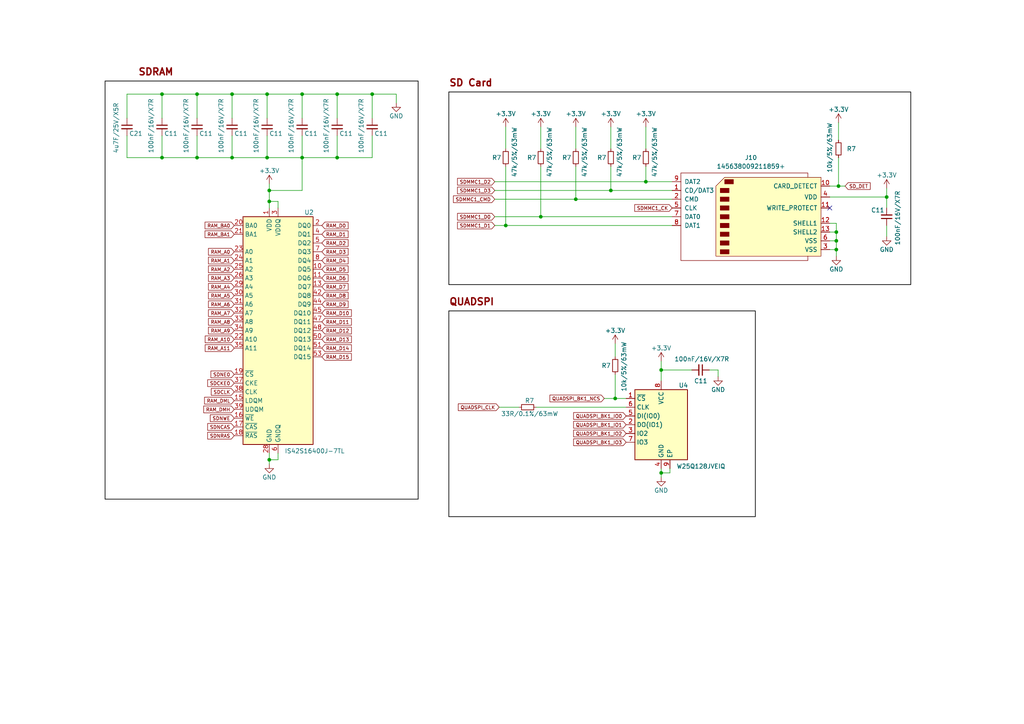
<source format=kicad_sch>
(kicad_sch (version 20230121) (generator eeschema)

  (uuid 867d8281-ff44-4b0f-9757-30636f28f314)

  (paper "A4")

  (title_block
    (title "Memory")
    (date "2023-08-20")
  )

  (lib_symbols
    (symbol "Connector:SD_Card" (pin_names (offset 1.016)) (in_bom yes) (on_board yes)
      (property "Reference" "J10" (at 0 17.145 0)
        (effects (font (size 1.27 1.27)))
      )
      (property "Value" "145638009211859+" (at 0 14.605 0)
        (effects (font (size 1.27 1.27)))
      )
      (property "Footprint" "Connector_Card:SD_Kyocera_145638009211859+" (at 0 0 0)
        (effects (font (size 1.27 1.27)) hide)
      )
      (property "Datasheet" "http://portal.fciconnect.com/Comergent//fci/drawing/10067847.pdf" (at 0 0 0)
        (effects (font (size 1.27 1.27)) hide)
      )
      (property "ki_keywords" "connector SD" (at 0 0 0)
        (effects (font (size 1.27 1.27)) hide)
      )
      (property "ki_description" "SD Card Reader" (at 0 0 0)
        (effects (font (size 1.27 1.27)) hide)
      )
      (property "ki_fp_filters" "SD*" (at 0 0 0)
        (effects (font (size 1.27 1.27)) hide)
      )
      (symbol "SD_Card_0_1"
        (rectangle (start -8.89 -9.525) (end -6.35 -10.795)
          (stroke (width 0) (type default))
          (fill (type outline))
        )
        (rectangle (start -8.89 -6.985) (end -6.35 -8.255)
          (stroke (width 0) (type default))
          (fill (type outline))
        )
        (rectangle (start -8.89 -4.445) (end -6.35 -5.715)
          (stroke (width 0) (type default))
          (fill (type outline))
        )
        (rectangle (start -8.89 -1.905) (end -6.35 -3.175)
          (stroke (width 0) (type default))
          (fill (type outline))
        )
        (rectangle (start -8.89 0.635) (end -6.35 -0.635)
          (stroke (width 0) (type default))
          (fill (type outline))
        )
        (rectangle (start -8.89 3.175) (end -6.35 1.905)
          (stroke (width 0) (type default))
          (fill (type outline))
        )
        (rectangle (start -8.89 5.715) (end -6.35 4.445)
          (stroke (width 0) (type default))
          (fill (type outline))
        )
        (rectangle (start -8.89 8.255) (end -6.35 6.985)
          (stroke (width 0) (type default))
          (fill (type outline))
        )
        (rectangle (start -7.62 10.795) (end -5.08 9.525)
          (stroke (width 0) (type default))
          (fill (type outline))
        )
        (polyline
          (pts
            (xy -10.16 8.89)
            (xy -7.62 11.43)
            (xy 20.32 11.43)
            (xy 20.32 -11.43)
            (xy -10.16 -11.43)
            (xy -10.16 8.89)
          )
          (stroke (width 0) (type default))
          (fill (type background))
        )
        (polyline
          (pts
            (xy 16.51 11.43)
            (xy 16.51 12.7)
            (xy -20.32 12.7)
            (xy -20.32 -12.7)
            (xy 16.51 -12.7)
            (xy 16.51 -11.43)
          )
          (stroke (width 0) (type default))
          (fill (type none))
        )
      )
      (symbol "SD_Card_1_1"
        (pin input line (at -22.86 7.62 0) (length 2.54)
          (name "CD/DAT3" (effects (font (size 1.27 1.27))))
          (number "1" (effects (font (size 1.27 1.27))))
        )
        (pin input line (at 22.86 8.89 180) (length 2.54)
          (name "CARD_DETECT" (effects (font (size 1.27 1.27))))
          (number "10" (effects (font (size 1.27 1.27))))
        )
        (pin input line (at 22.86 2.54 180) (length 2.54)
          (name "WRITE_PROTECT" (effects (font (size 1.27 1.27))))
          (number "11" (effects (font (size 1.27 1.27))))
        )
        (pin input line (at 22.86 -1.905 180) (length 2.54)
          (name "SHELL1" (effects (font (size 1.27 1.27))))
          (number "12" (effects (font (size 1.27 1.27))))
        )
        (pin input line (at 22.86 -4.445 180) (length 2.54)
          (name "SHELL2" (effects (font (size 1.27 1.27))))
          (number "13" (effects (font (size 1.27 1.27))))
        )
        (pin input line (at -22.86 5.08 0) (length 2.54)
          (name "CMD" (effects (font (size 1.27 1.27))))
          (number "2" (effects (font (size 1.27 1.27))))
        )
        (pin power_in line (at 22.86 -9.525 180) (length 2.54)
          (name "VSS" (effects (font (size 1.27 1.27))))
          (number "3" (effects (font (size 1.27 1.27))))
        )
        (pin power_in line (at 22.86 5.715 180) (length 2.54)
          (name "VDD" (effects (font (size 1.27 1.27))))
          (number "4" (effects (font (size 1.27 1.27))))
        )
        (pin input line (at -22.86 2.54 0) (length 2.54)
          (name "CLK" (effects (font (size 1.27 1.27))))
          (number "5" (effects (font (size 1.27 1.27))))
        )
        (pin power_in line (at 22.86 -6.985 180) (length 2.54)
          (name "VSS" (effects (font (size 1.27 1.27))))
          (number "6" (effects (font (size 1.27 1.27))))
        )
        (pin input line (at -22.86 0 0) (length 2.54)
          (name "DAT0" (effects (font (size 1.27 1.27))))
          (number "7" (effects (font (size 1.27 1.27))))
        )
        (pin input line (at -22.86 -2.54 0) (length 2.54)
          (name "DAT1" (effects (font (size 1.27 1.27))))
          (number "8" (effects (font (size 1.27 1.27))))
        )
        (pin input line (at -22.86 10.16 0) (length 2.54)
          (name "DAT2" (effects (font (size 1.27 1.27))))
          (number "9" (effects (font (size 1.27 1.27))))
        )
      )
    )
    (symbol "Device:C_Small" (pin_numbers hide) (pin_names (offset 0.254) hide) (in_bom yes) (on_board yes)
      (property "Reference" "C" (at 0.254 1.778 0)
        (effects (font (size 1.27 1.27)) (justify left))
      )
      (property "Value" "C_Small" (at 0.254 -2.032 0)
        (effects (font (size 1.27 1.27)) (justify left))
      )
      (property "Footprint" "" (at 0 0 0)
        (effects (font (size 1.27 1.27)) hide)
      )
      (property "Datasheet" "~" (at 0 0 0)
        (effects (font (size 1.27 1.27)) hide)
      )
      (property "ki_keywords" "capacitor cap" (at 0 0 0)
        (effects (font (size 1.27 1.27)) hide)
      )
      (property "ki_description" "Unpolarized capacitor, small symbol" (at 0 0 0)
        (effects (font (size 1.27 1.27)) hide)
      )
      (property "ki_fp_filters" "C_*" (at 0 0 0)
        (effects (font (size 1.27 1.27)) hide)
      )
      (symbol "C_Small_0_1"
        (polyline
          (pts
            (xy -1.524 -0.508)
            (xy 1.524 -0.508)
          )
          (stroke (width 0.3302) (type default))
          (fill (type none))
        )
        (polyline
          (pts
            (xy -1.524 0.508)
            (xy 1.524 0.508)
          )
          (stroke (width 0.3048) (type default))
          (fill (type none))
        )
      )
      (symbol "C_Small_1_1"
        (pin passive line (at 0 2.54 270) (length 2.032)
          (name "~" (effects (font (size 1.27 1.27))))
          (number "1" (effects (font (size 1.27 1.27))))
        )
        (pin passive line (at 0 -2.54 90) (length 2.032)
          (name "~" (effects (font (size 1.27 1.27))))
          (number "2" (effects (font (size 1.27 1.27))))
        )
      )
    )
    (symbol "Device:R_Small" (pin_numbers hide) (pin_names (offset 0.254) hide) (in_bom yes) (on_board yes)
      (property "Reference" "R" (at 0.762 0.508 0)
        (effects (font (size 1.27 1.27)) (justify left))
      )
      (property "Value" "R_Small" (at 0.762 -1.016 0)
        (effects (font (size 1.27 1.27)) (justify left))
      )
      (property "Footprint" "" (at 0 0 0)
        (effects (font (size 1.27 1.27)) hide)
      )
      (property "Datasheet" "~" (at 0 0 0)
        (effects (font (size 1.27 1.27)) hide)
      )
      (property "ki_keywords" "R resistor" (at 0 0 0)
        (effects (font (size 1.27 1.27)) hide)
      )
      (property "ki_description" "Resistor, small symbol" (at 0 0 0)
        (effects (font (size 1.27 1.27)) hide)
      )
      (property "ki_fp_filters" "R_*" (at 0 0 0)
        (effects (font (size 1.27 1.27)) hide)
      )
      (symbol "R_Small_0_1"
        (rectangle (start -0.762 1.778) (end 0.762 -1.778)
          (stroke (width 0.2032) (type default))
          (fill (type none))
        )
      )
      (symbol "R_Small_1_1"
        (pin passive line (at 0 2.54 270) (length 0.762)
          (name "~" (effects (font (size 1.27 1.27))))
          (number "1" (effects (font (size 1.27 1.27))))
        )
        (pin passive line (at 0 -2.54 90) (length 0.762)
          (name "~" (effects (font (size 1.27 1.27))))
          (number "2" (effects (font (size 1.27 1.27))))
        )
      )
    )
    (symbol "Memory_Flash:W25Q32JVZP" (in_bom yes) (on_board yes)
      (property "Reference" "U" (at -6.35 11.43 0)
        (effects (font (size 1.27 1.27)))
      )
      (property "Value" "W25Q32JVZP" (at 7.62 11.43 0)
        (effects (font (size 1.27 1.27)))
      )
      (property "Footprint" "Package_SON:WSON-8-1EP_6x5mm_P1.27mm_EP3.4x4.3mm" (at 0 0 0)
        (effects (font (size 1.27 1.27)) hide)
      )
      (property "Datasheet" "http://www.winbond.com/resource-files/w25q32jv%20revg%2003272018%20plus.pdf" (at 0 -2.54 0)
        (effects (font (size 1.27 1.27)) hide)
      )
      (property "ki_keywords" "flash memory SPI" (at 0 0 0)
        (effects (font (size 1.27 1.27)) hide)
      )
      (property "ki_description" "32Mb Serial Flash Memory, Standard/Dual/Quad SPI, DFN-8" (at 0 0 0)
        (effects (font (size 1.27 1.27)) hide)
      )
      (property "ki_fp_filters" "WSON*1EP*6x5mm*P1.27mm*" (at 0 0 0)
        (effects (font (size 1.27 1.27)) hide)
      )
      (symbol "W25Q32JVZP_0_1"
        (rectangle (start -7.62 10.16) (end 7.62 -10.16)
          (stroke (width 0.254) (type default))
          (fill (type background))
        )
      )
      (symbol "W25Q32JVZP_1_1"
        (pin input line (at -10.16 7.62 0) (length 2.54)
          (name "~{CS}" (effects (font (size 1.27 1.27))))
          (number "1" (effects (font (size 1.27 1.27))))
        )
        (pin bidirectional line (at -10.16 0 0) (length 2.54)
          (name "DO(IO1)" (effects (font (size 1.27 1.27))))
          (number "2" (effects (font (size 1.27 1.27))))
        )
        (pin bidirectional line (at -10.16 -2.54 0) (length 2.54)
          (name "IO2" (effects (font (size 1.27 1.27))))
          (number "3" (effects (font (size 1.27 1.27))))
        )
        (pin power_in line (at 0 -12.7 90) (length 2.54)
          (name "GND" (effects (font (size 1.27 1.27))))
          (number "4" (effects (font (size 1.27 1.27))))
        )
        (pin bidirectional line (at -10.16 2.54 0) (length 2.54)
          (name "DI(IO0)" (effects (font (size 1.27 1.27))))
          (number "5" (effects (font (size 1.27 1.27))))
        )
        (pin input line (at -10.16 5.08 0) (length 2.54)
          (name "CLK" (effects (font (size 1.27 1.27))))
          (number "6" (effects (font (size 1.27 1.27))))
        )
        (pin bidirectional line (at -10.16 -5.08 0) (length 2.54)
          (name "IO3" (effects (font (size 1.27 1.27))))
          (number "7" (effects (font (size 1.27 1.27))))
        )
        (pin power_in line (at 0 12.7 270) (length 2.54)
          (name "VCC" (effects (font (size 1.27 1.27))))
          (number "8" (effects (font (size 1.27 1.27))))
        )
        (pin passive line (at 2.54 -12.7 90) (length 2.54)
          (name "EP" (effects (font (size 1.27 1.27))))
          (number "9" (effects (font (size 1.27 1.27))))
        )
      )
    )
    (symbol "Memory_RAM:IS42S16400J-xC" (in_bom yes) (on_board yes)
      (property "Reference" "U" (at -8.89 34.29 0)
        (effects (font (size 1.27 1.27)))
      )
      (property "Value" "IS42S16400J-xC" (at 8.89 34.29 0)
        (effects (font (size 1.27 1.27)))
      )
      (property "Footprint" "Package_SO:TSOP-II-54_22.2x10.16mm_P0.8mm" (at 0 -35.56 0)
        (effects (font (size 1.27 1.27)) hide)
      )
      (property "Datasheet" "http://www.issi.com/WW/pdf/42-45S16400J.pdf" (at -15.24 31.75 0)
        (effects (font (size 1.27 1.27)) hide)
      )
      (property "ki_keywords" "DRAM MEMORY" (at 0 0 0)
        (effects (font (size 1.27 1.27)) hide)
      )
      (property "ki_description" "64Mb Synchronous DRAM, 1 Mb x 16 b x 4 Banks, Cu leadframe plated with matte Sn, TSOP-II-54" (at 0 0 0)
        (effects (font (size 1.27 1.27)) hide)
      )
      (property "ki_fp_filters" "TSOP?II*22.2x10.16mm*P0.8mm*" (at 0 0 0)
        (effects (font (size 1.27 1.27)) hide)
      )
      (symbol "IS42S16400J-xC_1_1"
        (rectangle (start -10.16 33.02) (end 10.16 -33.02)
          (stroke (width 0.254) (type default))
          (fill (type background))
        )
        (pin power_in line (at -2.54 35.56 270) (length 2.54)
          (name "VDD" (effects (font (size 1.27 1.27))))
          (number "1" (effects (font (size 1.27 1.27))))
        )
        (pin bidirectional line (at 12.7 17.78 180) (length 2.54)
          (name "DQ5" (effects (font (size 1.27 1.27))))
          (number "10" (effects (font (size 1.27 1.27))))
        )
        (pin bidirectional line (at 12.7 15.24 180) (length 2.54)
          (name "DQ6" (effects (font (size 1.27 1.27))))
          (number "11" (effects (font (size 1.27 1.27))))
        )
        (pin passive line (at 0 -35.56 90) (length 2.54) hide
          (name "GNDQ" (effects (font (size 1.27 1.27))))
          (number "12" (effects (font (size 1.27 1.27))))
        )
        (pin bidirectional line (at 12.7 12.7 180) (length 2.54)
          (name "DQ7" (effects (font (size 1.27 1.27))))
          (number "13" (effects (font (size 1.27 1.27))))
        )
        (pin passive line (at -2.54 35.56 270) (length 2.54) hide
          (name "VDD" (effects (font (size 1.27 1.27))))
          (number "14" (effects (font (size 1.27 1.27))))
        )
        (pin input line (at -12.7 -20.32 0) (length 2.54)
          (name "LDQM" (effects (font (size 1.27 1.27))))
          (number "15" (effects (font (size 1.27 1.27))))
        )
        (pin input line (at -12.7 -25.4 0) (length 2.54)
          (name "~{WE}" (effects (font (size 1.27 1.27))))
          (number "16" (effects (font (size 1.27 1.27))))
        )
        (pin input line (at -12.7 -27.94 0) (length 2.54)
          (name "~{CAS}" (effects (font (size 1.27 1.27))))
          (number "17" (effects (font (size 1.27 1.27))))
        )
        (pin input line (at -12.7 -30.48 0) (length 2.54)
          (name "~{RAS}" (effects (font (size 1.27 1.27))))
          (number "18" (effects (font (size 1.27 1.27))))
        )
        (pin input line (at -12.7 -12.7 0) (length 2.54)
          (name "~{CS}" (effects (font (size 1.27 1.27))))
          (number "19" (effects (font (size 1.27 1.27))))
        )
        (pin bidirectional line (at 12.7 30.48 180) (length 2.54)
          (name "DQ0" (effects (font (size 1.27 1.27))))
          (number "2" (effects (font (size 1.27 1.27))))
        )
        (pin input line (at -12.7 30.48 0) (length 2.54)
          (name "BA0" (effects (font (size 1.27 1.27))))
          (number "20" (effects (font (size 1.27 1.27))))
        )
        (pin input line (at -12.7 27.94 0) (length 2.54)
          (name "BA1" (effects (font (size 1.27 1.27))))
          (number "21" (effects (font (size 1.27 1.27))))
        )
        (pin input line (at -12.7 -2.54 0) (length 2.54)
          (name "A10" (effects (font (size 1.27 1.27))))
          (number "22" (effects (font (size 1.27 1.27))))
        )
        (pin input line (at -12.7 22.86 0) (length 2.54)
          (name "A0" (effects (font (size 1.27 1.27))))
          (number "23" (effects (font (size 1.27 1.27))))
        )
        (pin input line (at -12.7 20.32 0) (length 2.54)
          (name "A1" (effects (font (size 1.27 1.27))))
          (number "24" (effects (font (size 1.27 1.27))))
        )
        (pin input line (at -12.7 17.78 0) (length 2.54)
          (name "A2" (effects (font (size 1.27 1.27))))
          (number "25" (effects (font (size 1.27 1.27))))
        )
        (pin input line (at -12.7 15.24 0) (length 2.54)
          (name "A3" (effects (font (size 1.27 1.27))))
          (number "26" (effects (font (size 1.27 1.27))))
        )
        (pin passive line (at -2.54 35.56 270) (length 2.54) hide
          (name "VDD" (effects (font (size 1.27 1.27))))
          (number "27" (effects (font (size 1.27 1.27))))
        )
        (pin power_in line (at -2.54 -35.56 90) (length 2.54)
          (name "GND" (effects (font (size 1.27 1.27))))
          (number "28" (effects (font (size 1.27 1.27))))
        )
        (pin input line (at -12.7 12.7 0) (length 2.54)
          (name "A4" (effects (font (size 1.27 1.27))))
          (number "29" (effects (font (size 1.27 1.27))))
        )
        (pin power_in line (at 0 35.56 270) (length 2.54)
          (name "VDDQ" (effects (font (size 1.27 1.27))))
          (number "3" (effects (font (size 1.27 1.27))))
        )
        (pin input line (at -12.7 10.16 0) (length 2.54)
          (name "A5" (effects (font (size 1.27 1.27))))
          (number "30" (effects (font (size 1.27 1.27))))
        )
        (pin input line (at -12.7 7.62 0) (length 2.54)
          (name "A6" (effects (font (size 1.27 1.27))))
          (number "31" (effects (font (size 1.27 1.27))))
        )
        (pin input line (at -12.7 5.08 0) (length 2.54)
          (name "A7" (effects (font (size 1.27 1.27))))
          (number "32" (effects (font (size 1.27 1.27))))
        )
        (pin input line (at -12.7 2.54 0) (length 2.54)
          (name "A8" (effects (font (size 1.27 1.27))))
          (number "33" (effects (font (size 1.27 1.27))))
        )
        (pin input line (at -12.7 0 0) (length 2.54)
          (name "A9" (effects (font (size 1.27 1.27))))
          (number "34" (effects (font (size 1.27 1.27))))
        )
        (pin input line (at -12.7 -5.08 0) (length 2.54)
          (name "A11" (effects (font (size 1.27 1.27))))
          (number "35" (effects (font (size 1.27 1.27))))
        )
        (pin no_connect line (at 10.16 -17.78 180) (length 2.54) hide
          (name "NC" (effects (font (size 1.27 1.27))))
          (number "36" (effects (font (size 1.27 1.27))))
        )
        (pin input line (at -12.7 -15.24 0) (length 2.54)
          (name "CKE" (effects (font (size 1.27 1.27))))
          (number "37" (effects (font (size 1.27 1.27))))
        )
        (pin input line (at -12.7 -17.78 0) (length 2.54)
          (name "CLK" (effects (font (size 1.27 1.27))))
          (number "38" (effects (font (size 1.27 1.27))))
        )
        (pin input line (at -12.7 -22.86 0) (length 2.54)
          (name "UDQM" (effects (font (size 1.27 1.27))))
          (number "39" (effects (font (size 1.27 1.27))))
        )
        (pin bidirectional line (at 12.7 27.94 180) (length 2.54)
          (name "DQ1" (effects (font (size 1.27 1.27))))
          (number "4" (effects (font (size 1.27 1.27))))
        )
        (pin no_connect line (at 10.16 -20.32 180) (length 2.54) hide
          (name "NC" (effects (font (size 1.27 1.27))))
          (number "40" (effects (font (size 1.27 1.27))))
        )
        (pin passive line (at -2.54 -35.56 90) (length 2.54) hide
          (name "GND" (effects (font (size 1.27 1.27))))
          (number "41" (effects (font (size 1.27 1.27))))
        )
        (pin bidirectional line (at 12.7 10.16 180) (length 2.54)
          (name "DQ8" (effects (font (size 1.27 1.27))))
          (number "42" (effects (font (size 1.27 1.27))))
        )
        (pin passive line (at 0 35.56 270) (length 2.54) hide
          (name "VDDQ" (effects (font (size 1.27 1.27))))
          (number "43" (effects (font (size 1.27 1.27))))
        )
        (pin bidirectional line (at 12.7 7.62 180) (length 2.54)
          (name "DQ9" (effects (font (size 1.27 1.27))))
          (number "44" (effects (font (size 1.27 1.27))))
        )
        (pin bidirectional line (at 12.7 5.08 180) (length 2.54)
          (name "DQ10" (effects (font (size 1.27 1.27))))
          (number "45" (effects (font (size 1.27 1.27))))
        )
        (pin passive line (at 0 -35.56 90) (length 2.54) hide
          (name "GNDQ" (effects (font (size 1.27 1.27))))
          (number "46" (effects (font (size 1.27 1.27))))
        )
        (pin bidirectional line (at 12.7 2.54 180) (length 2.54)
          (name "DQ11" (effects (font (size 1.27 1.27))))
          (number "47" (effects (font (size 1.27 1.27))))
        )
        (pin bidirectional line (at 12.7 0 180) (length 2.54)
          (name "DQ12" (effects (font (size 1.27 1.27))))
          (number "48" (effects (font (size 1.27 1.27))))
        )
        (pin passive line (at 0 35.56 270) (length 2.54) hide
          (name "VDDQ" (effects (font (size 1.27 1.27))))
          (number "49" (effects (font (size 1.27 1.27))))
        )
        (pin bidirectional line (at 12.7 25.4 180) (length 2.54)
          (name "DQ2" (effects (font (size 1.27 1.27))))
          (number "5" (effects (font (size 1.27 1.27))))
        )
        (pin bidirectional line (at 12.7 -2.54 180) (length 2.54)
          (name "DQ13" (effects (font (size 1.27 1.27))))
          (number "50" (effects (font (size 1.27 1.27))))
        )
        (pin bidirectional line (at 12.7 -5.08 180) (length 2.54)
          (name "DQ14" (effects (font (size 1.27 1.27))))
          (number "51" (effects (font (size 1.27 1.27))))
        )
        (pin passive line (at 0 -35.56 90) (length 2.54) hide
          (name "GNDQ" (effects (font (size 1.27 1.27))))
          (number "52" (effects (font (size 1.27 1.27))))
        )
        (pin bidirectional line (at 12.7 -7.62 180) (length 2.54)
          (name "DQ15" (effects (font (size 1.27 1.27))))
          (number "53" (effects (font (size 1.27 1.27))))
        )
        (pin passive line (at -2.54 -35.56 90) (length 2.54) hide
          (name "GND" (effects (font (size 1.27 1.27))))
          (number "54" (effects (font (size 1.27 1.27))))
        )
        (pin power_in line (at 0 -35.56 90) (length 2.54)
          (name "GNDQ" (effects (font (size 1.27 1.27))))
          (number "6" (effects (font (size 1.27 1.27))))
        )
        (pin bidirectional line (at 12.7 22.86 180) (length 2.54)
          (name "DQ3" (effects (font (size 1.27 1.27))))
          (number "7" (effects (font (size 1.27 1.27))))
        )
        (pin bidirectional line (at 12.7 20.32 180) (length 2.54)
          (name "DQ4" (effects (font (size 1.27 1.27))))
          (number "8" (effects (font (size 1.27 1.27))))
        )
        (pin passive line (at 0 35.56 270) (length 2.54) hide
          (name "VDDQ" (effects (font (size 1.27 1.27))))
          (number "9" (effects (font (size 1.27 1.27))))
        )
      )
    )
    (symbol "power:+3.3V" (power) (pin_names (offset 0)) (in_bom yes) (on_board yes)
      (property "Reference" "#PWR" (at 0 -3.81 0)
        (effects (font (size 1.27 1.27)) hide)
      )
      (property "Value" "+3.3V" (at 0 3.556 0)
        (effects (font (size 1.27 1.27)))
      )
      (property "Footprint" "" (at 0 0 0)
        (effects (font (size 1.27 1.27)) hide)
      )
      (property "Datasheet" "" (at 0 0 0)
        (effects (font (size 1.27 1.27)) hide)
      )
      (property "ki_keywords" "global power" (at 0 0 0)
        (effects (font (size 1.27 1.27)) hide)
      )
      (property "ki_description" "Power symbol creates a global label with name \"+3.3V\"" (at 0 0 0)
        (effects (font (size 1.27 1.27)) hide)
      )
      (symbol "+3.3V_0_1"
        (polyline
          (pts
            (xy -0.762 1.27)
            (xy 0 2.54)
          )
          (stroke (width 0) (type default))
          (fill (type none))
        )
        (polyline
          (pts
            (xy 0 0)
            (xy 0 2.54)
          )
          (stroke (width 0) (type default))
          (fill (type none))
        )
        (polyline
          (pts
            (xy 0 2.54)
            (xy 0.762 1.27)
          )
          (stroke (width 0) (type default))
          (fill (type none))
        )
      )
      (symbol "+3.3V_1_1"
        (pin power_in line (at 0 0 90) (length 0) hide
          (name "+3.3V" (effects (font (size 1.27 1.27))))
          (number "1" (effects (font (size 1.27 1.27))))
        )
      )
    )
    (symbol "power:GND" (power) (pin_names (offset 0)) (in_bom yes) (on_board yes)
      (property "Reference" "#PWR" (at 0 -6.35 0)
        (effects (font (size 1.27 1.27)) hide)
      )
      (property "Value" "GND" (at 0 -3.81 0)
        (effects (font (size 1.27 1.27)))
      )
      (property "Footprint" "" (at 0 0 0)
        (effects (font (size 1.27 1.27)) hide)
      )
      (property "Datasheet" "" (at 0 0 0)
        (effects (font (size 1.27 1.27)) hide)
      )
      (property "ki_keywords" "global power" (at 0 0 0)
        (effects (font (size 1.27 1.27)) hide)
      )
      (property "ki_description" "Power symbol creates a global label with name \"GND\" , ground" (at 0 0 0)
        (effects (font (size 1.27 1.27)) hide)
      )
      (symbol "GND_0_1"
        (polyline
          (pts
            (xy 0 0)
            (xy 0 -1.27)
            (xy 1.27 -1.27)
            (xy 0 -2.54)
            (xy -1.27 -1.27)
            (xy 0 -1.27)
          )
          (stroke (width 0) (type default))
          (fill (type none))
        )
      )
      (symbol "GND_1_1"
        (pin power_in line (at 0 0 270) (length 0) hide
          (name "GND" (effects (font (size 1.27 1.27))))
          (number "1" (effects (font (size 1.27 1.27))))
        )
      )
    )
  )

  (junction (at 191.77 137.16) (diameter 0) (color 0 0 0 0)
    (uuid 0b1b38ee-211b-449c-98f4-e971da5ab1c3)
  )
  (junction (at 46.99 45.72) (diameter 0) (color 0 0 0 0)
    (uuid 164c4b3c-5642-412f-9156-67783993991d)
  )
  (junction (at 107.95 27.305) (diameter 0) (color 0 0 0 0)
    (uuid 1a1cbfcf-0cc5-4233-bf35-2674ed90cf08)
  )
  (junction (at 78.105 58.42) (diameter 0) (color 0 0 0 0)
    (uuid 21c697a5-554a-4728-8418-5b230089b07e)
  )
  (junction (at 187.325 52.705) (diameter 0) (color 0 0 0 0)
    (uuid 228afe63-f47c-4876-a6b2-7047340899a0)
  )
  (junction (at 178.435 115.57) (diameter 0) (color 0 0 0 0)
    (uuid 2774cd0a-f026-48ad-90c1-76201f7ad620)
  )
  (junction (at 146.685 65.405) (diameter 0) (color 0 0 0 0)
    (uuid 2b5eae85-a47a-4430-a3e7-ff1947bcbea4)
  )
  (junction (at 97.79 27.305) (diameter 0) (color 0 0 0 0)
    (uuid 3db32e24-7661-43d7-b8fc-6fb3c6c76fb3)
  )
  (junction (at 242.57 72.39) (diameter 0) (color 0 0 0 0)
    (uuid 4426fde8-1409-452d-9f50-b5f6647fcf50)
  )
  (junction (at 67.31 45.72) (diameter 0) (color 0 0 0 0)
    (uuid 4b2cbaf9-ee9e-4693-80e0-ef6af4be9091)
  )
  (junction (at 191.77 107.315) (diameter 0) (color 0 0 0 0)
    (uuid 5960c0df-d702-4280-93bf-6a73115dfddc)
  )
  (junction (at 87.63 45.72) (diameter 0) (color 0 0 0 0)
    (uuid 928e994e-bad6-46ef-8684-eef0920880c3)
  )
  (junction (at 77.47 27.305) (diameter 0) (color 0 0 0 0)
    (uuid 98d40774-6b28-4a10-9f21-2457df25d994)
  )
  (junction (at 243.205 53.975) (diameter 0) (color 0 0 0 0)
    (uuid 9a0a4151-62da-49b7-8e59-38da615a797c)
  )
  (junction (at 242.57 67.31) (diameter 0) (color 0 0 0 0)
    (uuid 9ca9fc6f-30fe-4ffc-a8ec-8261917171a5)
  )
  (junction (at 167.005 57.785) (diameter 0) (color 0 0 0 0)
    (uuid 9d0b9137-ea58-495c-b4c1-5c9684b1f17b)
  )
  (junction (at 46.99 27.305) (diameter 0) (color 0 0 0 0)
    (uuid b03cd069-2255-4745-abbd-4c0bbf069d55)
  )
  (junction (at 57.15 27.305) (diameter 0) (color 0 0 0 0)
    (uuid bb4bdaab-2d22-4f00-8350-94892b831b59)
  )
  (junction (at 67.31 27.305) (diameter 0) (color 0 0 0 0)
    (uuid bf9a51eb-1dc4-4de3-be0f-4ce227708849)
  )
  (junction (at 78.105 133.35) (diameter 0) (color 0 0 0 0)
    (uuid c02ce416-cdc5-4fdf-984a-9063059eaf2d)
  )
  (junction (at 78.105 55.245) (diameter 0) (color 0 0 0 0)
    (uuid c8e00a5b-554a-4c48-8a67-beeb58e4beac)
  )
  (junction (at 77.47 45.72) (diameter 0) (color 0 0 0 0)
    (uuid d49f1d5b-4a94-4be0-8e4a-b2de87ef1e70)
  )
  (junction (at 97.79 45.72) (diameter 0) (color 0 0 0 0)
    (uuid dd559f84-49e3-4e89-9ebb-aeb62f69ff50)
  )
  (junction (at 156.845 62.865) (diameter 0) (color 0 0 0 0)
    (uuid dd988cc9-7eb6-4f0e-9290-975d0fd43613)
  )
  (junction (at 87.63 27.305) (diameter 0) (color 0 0 0 0)
    (uuid ea6f18e0-cb28-4e1a-bf15-ebfa99d7e8d0)
  )
  (junction (at 257.175 57.15) (diameter 0) (color 0 0 0 0)
    (uuid eccbca5d-d506-4546-ac64-0aae5d115b66)
  )
  (junction (at 177.165 55.245) (diameter 0) (color 0 0 0 0)
    (uuid f2fc6b1b-434b-4116-8929-97dbb8c2c679)
  )
  (junction (at 57.15 45.72) (diameter 0) (color 0 0 0 0)
    (uuid fb373b2b-81de-4dd4-b1e6-4a51bc179c33)
  )
  (junction (at 242.57 69.85) (diameter 0) (color 0 0 0 0)
    (uuid fc3c79cb-5c37-4299-b151-e6c7053ba470)
  )

  (no_connect (at 240.665 60.325) (uuid 332de201-1955-4bad-b142-9c27c68e378f))

  (wire (pts (xy 240.665 57.15) (xy 257.175 57.15))
    (stroke (width 0) (type default))
    (uuid 022cf549-1616-4400-b40d-28d9e94e99ae)
  )
  (wire (pts (xy 242.57 64.77) (xy 240.665 64.77))
    (stroke (width 0) (type default))
    (uuid 05dc9c99-6289-4a78-8657-1f423d136105)
  )
  (wire (pts (xy 178.435 108.585) (xy 178.435 115.57))
    (stroke (width 0) (type default))
    (uuid 115d12c1-e448-4331-b63c-4d97519b40c6)
  )
  (wire (pts (xy 257.175 57.15) (xy 257.175 60.325))
    (stroke (width 0) (type default))
    (uuid 176bd8c8-cf4a-4be6-9f45-2e790576d04c)
  )
  (wire (pts (xy 187.325 52.705) (xy 194.945 52.705))
    (stroke (width 0) (type default))
    (uuid 186aa9b7-62b8-4352-a3c7-15939e5860a8)
  )
  (wire (pts (xy 191.77 107.315) (xy 191.77 110.49))
    (stroke (width 0) (type default))
    (uuid 1bb90e18-757b-43b5-92e3-39c9d7df52e8)
  )
  (wire (pts (xy 242.57 72.39) (xy 242.57 69.85))
    (stroke (width 0) (type default))
    (uuid 1c87a974-18e2-42a9-992b-8f98729c45ab)
  )
  (wire (pts (xy 243.205 53.975) (xy 243.205 45.72))
    (stroke (width 0) (type default))
    (uuid 1d8a82f9-9ddb-4bde-aa8a-bb09c38450b3)
  )
  (wire (pts (xy 87.63 27.305) (xy 97.79 27.305))
    (stroke (width 0) (type default))
    (uuid 2a13ade3-d1df-40c5-bdd3-1824ac635c14)
  )
  (wire (pts (xy 80.645 58.42) (xy 78.105 58.42))
    (stroke (width 0) (type default))
    (uuid 2a2205ad-e491-473f-8e0d-e42fe78dc648)
  )
  (wire (pts (xy 97.79 39.37) (xy 97.79 45.72))
    (stroke (width 0) (type default))
    (uuid 2abe8bbe-e2ba-4bd6-9b42-df61a7281a77)
  )
  (wire (pts (xy 57.15 27.305) (xy 57.15 34.29))
    (stroke (width 0) (type default))
    (uuid 2eec872c-19aa-4275-8381-6cab390e964b)
  )
  (wire (pts (xy 167.005 57.785) (xy 194.945 57.785))
    (stroke (width 0) (type default))
    (uuid 352985c5-440c-4ffe-9d73-e78e1e5e67ef)
  )
  (wire (pts (xy 78.105 55.245) (xy 87.63 55.245))
    (stroke (width 0) (type default))
    (uuid 39d56215-a155-43d2-883c-b1b0975c193d)
  )
  (wire (pts (xy 78.105 133.35) (xy 78.105 134.62))
    (stroke (width 0) (type default))
    (uuid 3ba31a85-721f-4bb0-9e54-f8b48320794b)
  )
  (wire (pts (xy 257.175 57.15) (xy 257.175 54.61))
    (stroke (width 0) (type default))
    (uuid 3c0a0c72-19af-4a93-b4b9-449e64109566)
  )
  (wire (pts (xy 57.15 45.72) (xy 67.31 45.72))
    (stroke (width 0) (type default))
    (uuid 3e6167b8-873d-45ba-8c39-aba7a8cb8770)
  )
  (wire (pts (xy 78.105 53.34) (xy 78.105 55.245))
    (stroke (width 0) (type default))
    (uuid 45181706-494a-4bf6-a38b-5e954035bbbc)
  )
  (wire (pts (xy 107.95 27.305) (xy 114.935 27.305))
    (stroke (width 0) (type default))
    (uuid 45d7118e-17e8-4111-9907-4ed5842399c5)
  )
  (wire (pts (xy 143.51 57.785) (xy 167.005 57.785))
    (stroke (width 0) (type default))
    (uuid 4a65497f-932e-48ed-a713-d3997c027793)
  )
  (wire (pts (xy 67.31 27.305) (xy 67.31 34.29))
    (stroke (width 0) (type default))
    (uuid 4fce735d-e551-461c-9fc4-4047aa21b788)
  )
  (wire (pts (xy 78.105 55.245) (xy 78.105 58.42))
    (stroke (width 0) (type default))
    (uuid 544c00d8-badc-40d5-840e-6cccb934f0bf)
  )
  (wire (pts (xy 78.105 58.42) (xy 78.105 60.325))
    (stroke (width 0) (type default))
    (uuid 54920daf-9142-463f-855e-d3a30107768f)
  )
  (wire (pts (xy 257.175 65.405) (xy 257.175 68.58))
    (stroke (width 0) (type default))
    (uuid 5698d3c1-8611-4b89-ac45-19ec33eafd62)
  )
  (wire (pts (xy 80.645 133.35) (xy 80.645 131.445))
    (stroke (width 0) (type default))
    (uuid 5806acfc-4e78-4ff0-818f-4f6daf39cbea)
  )
  (wire (pts (xy 46.99 45.72) (xy 57.15 45.72))
    (stroke (width 0) (type default))
    (uuid 5953aa9a-2f8c-4691-bbd2-3e791985fe61)
  )
  (wire (pts (xy 97.79 27.305) (xy 107.95 27.305))
    (stroke (width 0) (type default))
    (uuid 5ba17127-b31e-437b-a69c-936a5830c70a)
  )
  (wire (pts (xy 208.28 107.315) (xy 208.28 109.22))
    (stroke (width 0) (type default))
    (uuid 5c8b6a06-f606-4af6-8b00-a6916845a2ee)
  )
  (wire (pts (xy 77.47 27.305) (xy 87.63 27.305))
    (stroke (width 0) (type default))
    (uuid 5ee8b26b-9747-481f-9ade-f15775477bb9)
  )
  (wire (pts (xy 87.63 27.305) (xy 87.63 34.29))
    (stroke (width 0) (type default))
    (uuid 5fb815b9-5a7f-41a8-b92d-4cf3ea089597)
  )
  (wire (pts (xy 67.31 39.37) (xy 67.31 45.72))
    (stroke (width 0) (type default))
    (uuid 5ffbba3f-febc-4f7b-9ba3-753952c68228)
  )
  (wire (pts (xy 67.31 27.305) (xy 77.47 27.305))
    (stroke (width 0) (type default))
    (uuid 607f068c-e9c5-430d-92a4-7bc4a6aa7450)
  )
  (wire (pts (xy 143.51 65.405) (xy 146.685 65.405))
    (stroke (width 0) (type default))
    (uuid 611eef98-f08d-4354-b51d-54c776662976)
  )
  (wire (pts (xy 114.935 27.305) (xy 114.935 29.845))
    (stroke (width 0) (type default))
    (uuid 618a651c-a300-4f8c-a94c-4a1fbbd8cbea)
  )
  (wire (pts (xy 78.105 133.35) (xy 80.645 133.35))
    (stroke (width 0) (type default))
    (uuid 6b7fb28e-dadc-4c0e-9e0e-9513fc4d0654)
  )
  (wire (pts (xy 36.83 34.29) (xy 36.83 27.305))
    (stroke (width 0) (type default))
    (uuid 6e704934-4660-4b43-98f0-6b001cf23f08)
  )
  (wire (pts (xy 36.83 27.305) (xy 46.99 27.305))
    (stroke (width 0) (type default))
    (uuid 700560ab-e921-4afc-8f5f-391f5e53bc9b)
  )
  (wire (pts (xy 97.79 45.72) (xy 107.95 45.72))
    (stroke (width 0) (type default))
    (uuid 73883e49-f655-4beb-9871-04148e5e7bae)
  )
  (wire (pts (xy 87.63 55.245) (xy 87.63 45.72))
    (stroke (width 0) (type default))
    (uuid 73e23a0e-2a1c-4df4-aef2-da1552d43417)
  )
  (wire (pts (xy 156.845 36.83) (xy 156.845 43.18))
    (stroke (width 0) (type default))
    (uuid 756b3e45-e432-412a-9e8a-7fd8ae88e923)
  )
  (wire (pts (xy 240.665 69.85) (xy 242.57 69.85))
    (stroke (width 0) (type default))
    (uuid 7616e26e-28b5-40ff-8876-b155509e5016)
  )
  (wire (pts (xy 167.005 36.83) (xy 167.005 43.18))
    (stroke (width 0) (type default))
    (uuid 7643c2fc-4c74-45ee-b30c-292eb43d531f)
  )
  (wire (pts (xy 187.325 48.26) (xy 187.325 52.705))
    (stroke (width 0) (type default))
    (uuid 79ca35a2-c75b-49a0-9f39-cac1ceff97a9)
  )
  (wire (pts (xy 87.63 45.72) (xy 97.79 45.72))
    (stroke (width 0) (type default))
    (uuid 7eb746fe-592b-4821-95a2-9dd9a033bc08)
  )
  (wire (pts (xy 77.47 45.72) (xy 87.63 45.72))
    (stroke (width 0) (type default))
    (uuid 83895544-e7c7-4f78-a394-f026943fcca0)
  )
  (wire (pts (xy 144.78 118.11) (xy 150.495 118.11))
    (stroke (width 0) (type default))
    (uuid 847f237a-8609-49a8-9781-8ec4ba89e4bc)
  )
  (wire (pts (xy 177.165 36.83) (xy 177.165 43.18))
    (stroke (width 0) (type default))
    (uuid 857959b5-4379-41c2-9b92-0ebb3131bd0c)
  )
  (wire (pts (xy 178.435 99.695) (xy 178.435 103.505))
    (stroke (width 0) (type default))
    (uuid 857c52fd-e7a7-451b-9ed1-646c9d2d20c7)
  )
  (wire (pts (xy 46.99 45.72) (xy 46.99 39.37))
    (stroke (width 0) (type default))
    (uuid 8a92f8de-c0ef-484e-b854-f4db75167191)
  )
  (wire (pts (xy 242.57 67.31) (xy 242.57 64.77))
    (stroke (width 0) (type default))
    (uuid 8cc77c14-d5e4-4887-95ce-f821845a12a9)
  )
  (wire (pts (xy 143.51 62.865) (xy 156.845 62.865))
    (stroke (width 0) (type default))
    (uuid 9087dafe-d965-4be7-abea-047e0fbb0375)
  )
  (wire (pts (xy 107.95 27.305) (xy 107.95 34.29))
    (stroke (width 0) (type default))
    (uuid 92e3861c-288f-417d-a046-d98cd7fe1a00)
  )
  (wire (pts (xy 177.165 48.26) (xy 177.165 55.245))
    (stroke (width 0) (type default))
    (uuid 960eb633-bfd4-431d-9287-93eeff19c9cd)
  )
  (wire (pts (xy 155.575 118.11) (xy 181.61 118.11))
    (stroke (width 0) (type default))
    (uuid 9a186b06-1dd3-4dba-b42d-a7a4bce59e9c)
  )
  (wire (pts (xy 240.665 67.31) (xy 242.57 67.31))
    (stroke (width 0) (type default))
    (uuid 9ec18b7c-2cac-4c6a-8855-974dcb451d58)
  )
  (wire (pts (xy 191.77 135.89) (xy 191.77 137.16))
    (stroke (width 0) (type default))
    (uuid a213b93b-45f4-4b48-afb5-87eb1376b74f)
  )
  (wire (pts (xy 194.31 135.89) (xy 194.31 137.16))
    (stroke (width 0) (type default))
    (uuid a91aedb5-e393-4fb5-b1b3-cb30e72247e7)
  )
  (wire (pts (xy 97.79 27.305) (xy 97.79 34.29))
    (stroke (width 0) (type default))
    (uuid a9b3ada4-e36d-4e91-84ad-5b1e0793496a)
  )
  (wire (pts (xy 240.665 53.975) (xy 243.205 53.975))
    (stroke (width 0) (type default))
    (uuid aa187d2d-14d0-4e42-a3d1-6f48f7c19ed5)
  )
  (wire (pts (xy 57.15 45.72) (xy 57.15 39.37))
    (stroke (width 0) (type default))
    (uuid aa472b22-8b69-4c70-abad-64e654a44755)
  )
  (wire (pts (xy 77.47 39.37) (xy 77.47 45.72))
    (stroke (width 0) (type default))
    (uuid aa534426-2c8f-44ea-86d7-7ced2251b306)
  )
  (wire (pts (xy 240.665 72.39) (xy 242.57 72.39))
    (stroke (width 0) (type default))
    (uuid aa7cef95-5957-4732-9681-1826425a55dc)
  )
  (wire (pts (xy 67.31 45.72) (xy 77.47 45.72))
    (stroke (width 0) (type default))
    (uuid afd3d90d-5939-4d6d-94fd-4b142b4301fc)
  )
  (wire (pts (xy 191.77 107.315) (xy 200.66 107.315))
    (stroke (width 0) (type default))
    (uuid b06bd753-0670-4db1-845d-b22e35004ce4)
  )
  (wire (pts (xy 175.26 115.57) (xy 178.435 115.57))
    (stroke (width 0) (type default))
    (uuid bafc2f19-f22f-4f82-87d4-6b83c93f2966)
  )
  (wire (pts (xy 107.95 45.72) (xy 107.95 39.37))
    (stroke (width 0) (type default))
    (uuid bf023be2-38c0-4aef-bdd5-ef06767faf79)
  )
  (wire (pts (xy 57.15 27.305) (xy 67.31 27.305))
    (stroke (width 0) (type default))
    (uuid bf4b713d-c2f4-44a3-97fb-37d907e9fafb)
  )
  (wire (pts (xy 146.685 36.83) (xy 146.685 43.18))
    (stroke (width 0) (type default))
    (uuid c1056b94-cc4d-4cf3-925e-dcbe8577f63b)
  )
  (wire (pts (xy 146.685 48.26) (xy 146.685 65.405))
    (stroke (width 0) (type default))
    (uuid c10a1cc9-8ed4-42a7-81c6-c566c1dc550c)
  )
  (wire (pts (xy 187.325 36.83) (xy 187.325 43.18))
    (stroke (width 0) (type default))
    (uuid c19dd7b6-ee15-4506-ae00-2e3d5d91bbbb)
  )
  (wire (pts (xy 156.845 48.26) (xy 156.845 62.865))
    (stroke (width 0) (type default))
    (uuid c416180b-d779-4125-88eb-4ce4ef00b952)
  )
  (wire (pts (xy 156.845 62.865) (xy 194.945 62.865))
    (stroke (width 0) (type default))
    (uuid c99d18c0-7c42-447f-bfb8-9dcc60845870)
  )
  (wire (pts (xy 191.77 104.775) (xy 191.77 107.315))
    (stroke (width 0) (type default))
    (uuid caeea201-37fe-44b0-b72f-b50323e51ec6)
  )
  (wire (pts (xy 242.57 69.85) (xy 242.57 67.31))
    (stroke (width 0) (type default))
    (uuid ccadff57-bddf-4116-a0e5-fd8b6bc1faec)
  )
  (wire (pts (xy 36.83 45.72) (xy 46.99 45.72))
    (stroke (width 0) (type default))
    (uuid cda0d6e7-6c21-405d-a138-0bbc9c2d08fd)
  )
  (wire (pts (xy 143.51 52.705) (xy 187.325 52.705))
    (stroke (width 0) (type default))
    (uuid d1773052-5f1e-4338-91ce-50543b3ca5a4)
  )
  (wire (pts (xy 243.205 53.975) (xy 245.11 53.975))
    (stroke (width 0) (type default))
    (uuid d781cfff-1394-4c57-9492-bbe5fbbdc8a9)
  )
  (wire (pts (xy 46.99 27.305) (xy 46.99 34.29))
    (stroke (width 0) (type default))
    (uuid d8d8177c-21d7-4024-863b-3cbbc58c1978)
  )
  (wire (pts (xy 146.685 65.405) (xy 194.945 65.405))
    (stroke (width 0) (type default))
    (uuid d8ebd373-95ac-4ab9-a076-806005d6e751)
  )
  (wire (pts (xy 205.74 107.315) (xy 208.28 107.315))
    (stroke (width 0) (type default))
    (uuid dca236db-22a3-4a26-9842-e30db48e43be)
  )
  (wire (pts (xy 77.47 27.305) (xy 77.47 34.29))
    (stroke (width 0) (type default))
    (uuid dd8e6c6b-fd05-4299-89cd-db3f98bb08aa)
  )
  (wire (pts (xy 143.51 55.245) (xy 177.165 55.245))
    (stroke (width 0) (type default))
    (uuid ddfa0c2d-7174-40b8-b017-9a5076b641b3)
  )
  (wire (pts (xy 177.165 55.245) (xy 194.945 55.245))
    (stroke (width 0) (type default))
    (uuid df974247-cc6a-4352-aa63-640feb74b8fb)
  )
  (wire (pts (xy 167.005 48.26) (xy 167.005 57.785))
    (stroke (width 0) (type default))
    (uuid e0df6f13-aad4-405b-85f8-ee0eee88e4d0)
  )
  (wire (pts (xy 78.105 131.445) (xy 78.105 133.35))
    (stroke (width 0) (type default))
    (uuid e59100c2-b317-4b7b-aa21-56393674f7f1)
  )
  (wire (pts (xy 178.435 115.57) (xy 181.61 115.57))
    (stroke (width 0) (type default))
    (uuid eb840b9f-1eed-4814-b263-d9b5ea7d7589)
  )
  (wire (pts (xy 80.645 60.325) (xy 80.645 58.42))
    (stroke (width 0) (type default))
    (uuid ebc837fa-2db4-40a0-8ad1-5f1324c14e59)
  )
  (wire (pts (xy 243.205 35.56) (xy 243.205 40.64))
    (stroke (width 0) (type default))
    (uuid f2c8a3d3-e25e-4017-b0e3-ad1bae75cf23)
  )
  (wire (pts (xy 36.83 45.72) (xy 36.83 39.37))
    (stroke (width 0) (type default))
    (uuid f837e320-405c-44c6-abff-8172619c15cb)
  )
  (wire (pts (xy 191.77 137.16) (xy 191.77 138.43))
    (stroke (width 0) (type default))
    (uuid faf4a7a4-1351-43fc-b720-021473c0f97d)
  )
  (wire (pts (xy 194.31 137.16) (xy 191.77 137.16))
    (stroke (width 0) (type default))
    (uuid fcdee35a-419c-4eeb-aef1-4e4a7541321d)
  )
  (wire (pts (xy 46.99 27.305) (xy 57.15 27.305))
    (stroke (width 0) (type default))
    (uuid fdfe2bb6-9b43-4439-b43a-7b9ee027d49f)
  )
  (wire (pts (xy 242.57 74.295) (xy 242.57 72.39))
    (stroke (width 0) (type default))
    (uuid fe7525ca-2035-4088-9432-05650bc385bd)
  )
  (wire (pts (xy 87.63 39.37) (xy 87.63 45.72))
    (stroke (width 0) (type default))
    (uuid feb2e03e-cd1c-4bdf-9262-30f86b35f7b1)
  )

  (rectangle (start 130.175 90.17) (end 219.075 149.86)
    (stroke (width 0.2) (type default) (color 0 0 0 1))
    (fill (type none))
    (uuid 156f607d-7791-4800-9656-80919d68768a)
  )
  (rectangle (start 130.175 26.67) (end 264.16 82.55)
    (stroke (width 0.2) (type default) (color 0 0 0 1))
    (fill (type none))
    (uuid ce54b1a5-8140-471f-ae3b-ac40e9718e6d)
  )
  (rectangle (start 30.48 23.495) (end 121.285 144.78)
    (stroke (width 0.2) (type default) (color 0 0 0 1))
    (fill (type none))
    (uuid e90e6b89-c3c1-4769-8381-890c67a29423)
  )

  (text "QUADSPI" (at 130.175 88.9 0)
    (effects (font (size 2 2) (thickness 0.4) bold (color 132 0 0 1)) (justify left bottom))
    (uuid 311baaf3-08c3-4303-aeaf-ff5d94385450)
  )
  (text "SDRAM" (at 40.005 22.225 0)
    (effects (font (size 2 2) (thickness 0.4) bold (color 132 0 0 1)) (justify left bottom))
    (uuid df78e383-7229-4fcd-85e3-794a9ba82328)
  )
  (text "SD Card" (at 130.175 25.4 0)
    (effects (font (size 2 2) (thickness 0.4) bold (color 132 0 0 1)) (justify left bottom))
    (uuid e85ac8d1-feb1-4450-96f4-de4afd6acbc3)
  )

  (global_label "RAM_A2" (shape input) (at 67.945 78.105 180) (fields_autoplaced)
    (effects (font (size 1 1)) (justify right))
    (uuid 01965456-2e56-432c-8771-b5a70e4ad90a)
    (property "Intersheetrefs" "${INTERSHEET_REFS}" (at 60.0857 78.105 0)
      (effects (font (size 1.27 1.27)) (justify right) hide)
    )
  )
  (global_label "RAM_D0" (shape input) (at 93.345 65.405 0) (fields_autoplaced)
    (effects (font (size 1 1)) (justify left))
    (uuid 0be1765c-485b-42b2-905c-bb285b9f6409)
    (property "Intersheetrefs" "${INTERSHEET_REFS}" (at 101.3472 65.405 0)
      (effects (font (size 1.27 1.27)) (justify left) hide)
    )
  )
  (global_label "SDMMC1_D2" (shape input) (at 143.51 52.705 180) (fields_autoplaced)
    (effects (font (size 1 1)) (justify right))
    (uuid 0bf8e7b4-1926-4ba9-980f-b258c7c23047)
    (property "Intersheetrefs" "${INTERSHEET_REFS}" (at 132.3172 52.705 0)
      (effects (font (size 1.27 1.27)) (justify right) hide)
    )
  )
  (global_label "RAM_D8" (shape input) (at 93.345 85.725 0) (fields_autoplaced)
    (effects (font (size 1 1)) (justify left))
    (uuid 17505a19-3bce-4121-a4f1-45918b9845d9)
    (property "Intersheetrefs" "${INTERSHEET_REFS}" (at 101.3472 85.725 0)
      (effects (font (size 1.27 1.27)) (justify left) hide)
    )
  )
  (global_label "RAM_D4" (shape input) (at 93.345 75.565 0) (fields_autoplaced)
    (effects (font (size 1 1)) (justify left))
    (uuid 20a013e7-3802-41cd-a0f6-7f50f848e9f5)
    (property "Intersheetrefs" "${INTERSHEET_REFS}" (at 101.3472 75.565 0)
      (effects (font (size 1.27 1.27)) (justify left) hide)
    )
  )
  (global_label "SDNCAS" (shape input) (at 67.945 123.825 180) (fields_autoplaced)
    (effects (font (size 1 1)) (justify right))
    (uuid 247484e8-4993-4ffb-8fba-44ca0a1e0118)
    (property "Intersheetrefs" "${INTERSHEET_REFS}" (at 59.8476 123.825 0)
      (effects (font (size 1.27 1.27)) (justify right) hide)
    )
  )
  (global_label "QUADSPI_CLK" (shape input) (at 144.78 118.11 180) (fields_autoplaced)
    (effects (font (size 1 1)) (justify right))
    (uuid 251cf65c-60fe-4bb0-bae6-3a38f120c31b)
    (property "Intersheetrefs" "${INTERSHEET_REFS}" (at 132.5398 118.11 0)
      (effects (font (size 1.27 1.27)) (justify right) hide)
    )
  )
  (global_label "SDCLK" (shape input) (at 67.945 113.665 180) (fields_autoplaced)
    (effects (font (size 1 1)) (justify right))
    (uuid 2a8691a0-d005-4a7d-9002-bb55772d0f7f)
    (property "Intersheetrefs" "${INTERSHEET_REFS}" (at 60.8952 113.665 0)
      (effects (font (size 1.27 1.27)) (justify right) hide)
    )
  )
  (global_label "RAM_D14" (shape input) (at 93.345 100.965 0) (fields_autoplaced)
    (effects (font (size 1 1)) (justify left))
    (uuid 34c21fc8-74c9-4f41-aa1b-22d7c692061f)
    (property "Intersheetrefs" "${INTERSHEET_REFS}" (at 102.2996 100.965 0)
      (effects (font (size 1.27 1.27)) (justify left) hide)
    )
  )
  (global_label "RAM_D13" (shape input) (at 93.345 98.425 0) (fields_autoplaced)
    (effects (font (size 1 1)) (justify left))
    (uuid 359f91dc-9a7a-4f28-bbd1-e03353dcbcb4)
    (property "Intersheetrefs" "${INTERSHEET_REFS}" (at 102.2996 98.425 0)
      (effects (font (size 1.27 1.27)) (justify left) hide)
    )
  )
  (global_label "RAM_D1" (shape input) (at 93.345 67.945 0) (fields_autoplaced)
    (effects (font (size 1 1)) (justify left))
    (uuid 364a14f7-cb53-4d7e-ad9c-1146578d2329)
    (property "Intersheetrefs" "${INTERSHEET_REFS}" (at 101.3472 67.945 0)
      (effects (font (size 1.27 1.27)) (justify left) hide)
    )
  )
  (global_label "RAM_A5" (shape input) (at 67.945 85.725 180) (fields_autoplaced)
    (effects (font (size 1 1)) (justify right))
    (uuid 44265837-d152-4cb6-b635-a7f72b041ead)
    (property "Intersheetrefs" "${INTERSHEET_REFS}" (at 60.0857 85.725 0)
      (effects (font (size 1.27 1.27)) (justify right) hide)
    )
  )
  (global_label "RAM_D7" (shape input) (at 93.345 83.185 0) (fields_autoplaced)
    (effects (font (size 1 1)) (justify left))
    (uuid 444f65d2-9450-4814-a72f-85cc85f92ece)
    (property "Intersheetrefs" "${INTERSHEET_REFS}" (at 101.3472 83.185 0)
      (effects (font (size 1.27 1.27)) (justify left) hide)
    )
  )
  (global_label "RAM_DMH" (shape input) (at 67.945 118.745 180) (fields_autoplaced)
    (effects (font (size 1 1)) (justify right))
    (uuid 49f270b1-8bc6-412c-9d92-946bbe2ce9bf)
    (property "Intersheetrefs" "${INTERSHEET_REFS}" (at 58.7047 118.745 0)
      (effects (font (size 1.27 1.27)) (justify right) hide)
    )
  )
  (global_label "SDCKE0" (shape input) (at 67.945 111.125 180) (fields_autoplaced)
    (effects (font (size 1 1)) (justify right))
    (uuid 51051b48-c26c-4fcd-9cbf-c8fe99373d7a)
    (property "Intersheetrefs" "${INTERSHEET_REFS}" (at 59.8475 111.125 0)
      (effects (font (size 1.27 1.27)) (justify right) hide)
    )
  )
  (global_label "RAM_BA1" (shape input) (at 67.945 67.945 180) (fields_autoplaced)
    (effects (font (size 1 1)) (justify right))
    (uuid 5aa75269-094f-4270-a09a-88704a36df04)
    (property "Intersheetrefs" "${INTERSHEET_REFS}" (at 59.0857 67.945 0)
      (effects (font (size 1.27 1.27)) (justify right) hide)
    )
  )
  (global_label "RAM_D11" (shape input) (at 93.345 93.345 0) (fields_autoplaced)
    (effects (font (size 1 1)) (justify left))
    (uuid 5b32ea93-61d2-4006-b994-106162c7795a)
    (property "Intersheetrefs" "${INTERSHEET_REFS}" (at 102.2996 93.345 0)
      (effects (font (size 1.27 1.27)) (justify left) hide)
    )
  )
  (global_label "RAM_A0" (shape input) (at 67.945 73.025 180) (fields_autoplaced)
    (effects (font (size 1 1)) (justify right))
    (uuid 5b34d09d-2353-4552-9d9e-4c7d76709f94)
    (property "Intersheetrefs" "${INTERSHEET_REFS}" (at 60.0857 73.025 0)
      (effects (font (size 1.27 1.27)) (justify right) hide)
    )
  )
  (global_label "QUADSPI_BK1_NCS" (shape input) (at 175.26 115.57 180) (fields_autoplaced)
    (effects (font (size 1 1)) (justify right))
    (uuid 5d0e4e1a-52a7-4a1c-abc8-51959036aa85)
    (property "Intersheetrefs" "${INTERSHEET_REFS}" (at 159.115 115.57 0)
      (effects (font (size 1.27 1.27)) (justify right) hide)
    )
  )
  (global_label "SDNRAS" (shape input) (at 67.945 126.365 180) (fields_autoplaced)
    (effects (font (size 1 1)) (justify right))
    (uuid 60ea9fbc-2336-46c6-9a65-b0483ab1a1a9)
    (property "Intersheetrefs" "${INTERSHEET_REFS}" (at 59.8476 126.365 0)
      (effects (font (size 1.27 1.27)) (justify right) hide)
    )
  )
  (global_label "RAM_A3" (shape input) (at 67.945 80.645 180) (fields_autoplaced)
    (effects (font (size 1 1)) (justify right))
    (uuid 61fa19b8-7b3b-4aea-baaa-10593e7d8705)
    (property "Intersheetrefs" "${INTERSHEET_REFS}" (at 60.0857 80.645 0)
      (effects (font (size 1.27 1.27)) (justify right) hide)
    )
  )
  (global_label "RAM_D12" (shape input) (at 93.345 95.885 0) (fields_autoplaced)
    (effects (font (size 1 1)) (justify left))
    (uuid 66629583-69f1-48fc-9010-51b7944caa86)
    (property "Intersheetrefs" "${INTERSHEET_REFS}" (at 102.2996 95.885 0)
      (effects (font (size 1.27 1.27)) (justify left) hide)
    )
  )
  (global_label "SDMMC1_D1" (shape input) (at 143.51 65.405 180) (fields_autoplaced)
    (effects (font (size 1 1)) (justify right))
    (uuid 6800fff3-e55f-4c49-9c0c-1ae50fa93b99)
    (property "Intersheetrefs" "${INTERSHEET_REFS}" (at 132.3172 65.405 0)
      (effects (font (size 1.27 1.27)) (justify right) hide)
    )
  )
  (global_label "QUADSPI_BK1_IO1" (shape input) (at 181.61 123.19 180) (fields_autoplaced)
    (effects (font (size 1 1)) (justify right))
    (uuid 68587865-d069-4227-9d43-da8dd7ce4ec2)
    (property "Intersheetrefs" "${INTERSHEET_REFS}" (at 165.9888 123.19 0)
      (effects (font (size 1.27 1.27)) (justify right) hide)
    )
  )
  (global_label "RAM_A9" (shape input) (at 67.945 95.885 180) (fields_autoplaced)
    (effects (font (size 1 1)) (justify right))
    (uuid 68cc4701-57be-42b2-8ac4-303dda1992eb)
    (property "Intersheetrefs" "${INTERSHEET_REFS}" (at 60.0857 95.885 0)
      (effects (font (size 1.27 1.27)) (justify right) hide)
    )
  )
  (global_label "RAM_D15" (shape input) (at 93.345 103.505 0) (fields_autoplaced)
    (effects (font (size 1 1)) (justify left))
    (uuid 6a412f6d-f2ef-47fa-a235-76234047622c)
    (property "Intersheetrefs" "${INTERSHEET_REFS}" (at 102.2996 103.505 0)
      (effects (font (size 1.27 1.27)) (justify left) hide)
    )
  )
  (global_label "SDNE0" (shape input) (at 67.945 108.585 180) (fields_autoplaced)
    (effects (font (size 1 1)) (justify right))
    (uuid 6acd16cb-60ba-42ac-ab5f-e2fee90f75bd)
    (property "Intersheetrefs" "${INTERSHEET_REFS}" (at 60.7999 108.585 0)
      (effects (font (size 1.27 1.27)) (justify right) hide)
    )
  )
  (global_label "RAM_A11" (shape input) (at 67.945 100.965 180) (fields_autoplaced)
    (effects (font (size 1 1)) (justify right))
    (uuid 6af62a98-43c2-47e5-a1eb-8eecd88d7c03)
    (property "Intersheetrefs" "${INTERSHEET_REFS}" (at 59.1333 100.965 0)
      (effects (font (size 1.27 1.27)) (justify right) hide)
    )
  )
  (global_label "RAM_D5" (shape input) (at 93.345 78.105 0) (fields_autoplaced)
    (effects (font (size 1 1)) (justify left))
    (uuid 6bc8cea2-173b-49b9-a327-ce131888ea83)
    (property "Intersheetrefs" "${INTERSHEET_REFS}" (at 101.3472 78.105 0)
      (effects (font (size 1.27 1.27)) (justify left) hide)
    )
  )
  (global_label "RAM_A7" (shape input) (at 67.945 90.805 180) (fields_autoplaced)
    (effects (font (size 1 1)) (justify right))
    (uuid 6bd47b58-a897-4a03-98ee-0f7a3a23aaf9)
    (property "Intersheetrefs" "${INTERSHEET_REFS}" (at 60.0857 90.805 0)
      (effects (font (size 1.27 1.27)) (justify right) hide)
    )
  )
  (global_label "RAM_D10" (shape input) (at 93.345 90.805 0) (fields_autoplaced)
    (effects (font (size 1 1)) (justify left))
    (uuid 77cf47b8-accc-4559-83d8-20d08c308698)
    (property "Intersheetrefs" "${INTERSHEET_REFS}" (at 102.2996 90.805 0)
      (effects (font (size 1.27 1.27)) (justify left) hide)
    )
  )
  (global_label "QUADSPI_BK1_IO3" (shape input) (at 181.61 128.27 180) (fields_autoplaced)
    (effects (font (size 1 1)) (justify right))
    (uuid 7dfe7ce4-1441-4c42-b824-b119cfe9f529)
    (property "Intersheetrefs" "${INTERSHEET_REFS}" (at 165.9888 128.27 0)
      (effects (font (size 1.27 1.27)) (justify right) hide)
    )
  )
  (global_label "QUADSPI_BK1_IO2" (shape input) (at 181.61 125.73 180) (fields_autoplaced)
    (effects (font (size 1 1)) (justify right))
    (uuid 7f980206-de44-4bbb-be22-ccbf471acc07)
    (property "Intersheetrefs" "${INTERSHEET_REFS}" (at 165.9888 125.73 0)
      (effects (font (size 1.27 1.27)) (justify right) hide)
    )
  )
  (global_label "RAM_BA0" (shape input) (at 67.945 65.405 180) (fields_autoplaced)
    (effects (font (size 1 1)) (justify right))
    (uuid 9474014c-2e89-49fe-b5d9-63b0f8145add)
    (property "Intersheetrefs" "${INTERSHEET_REFS}" (at 59.0857 65.405 0)
      (effects (font (size 1.27 1.27)) (justify right) hide)
    )
  )
  (global_label "SDMMC1_CMD" (shape input) (at 143.51 57.785 180) (fields_autoplaced)
    (effects (font (size 1 1)) (justify right))
    (uuid 94dcbb1b-466e-4da3-be29-36dd0c9b5d7d)
    (property "Intersheetrefs" "${INTERSHEET_REFS}" (at 131.1267 57.785 0)
      (effects (font (size 1.27 1.27)) (justify right) hide)
    )
  )
  (global_label "QUADSPI_BK1_IO0" (shape input) (at 181.61 120.65 180) (fields_autoplaced)
    (effects (font (size 1 1)) (justify right))
    (uuid a255f075-165a-4c41-a599-92dd8e45669a)
    (property "Intersheetrefs" "${INTERSHEET_REFS}" (at 165.9888 120.65 0)
      (effects (font (size 1.27 1.27)) (justify right) hide)
    )
  )
  (global_label "RAM_A4" (shape input) (at 67.945 83.185 180) (fields_autoplaced)
    (effects (font (size 1 1)) (justify right))
    (uuid ad237877-51f6-49e3-b497-d021921252eb)
    (property "Intersheetrefs" "${INTERSHEET_REFS}" (at 60.0857 83.185 0)
      (effects (font (size 1.27 1.27)) (justify right) hide)
    )
  )
  (global_label "RAM_A1" (shape input) (at 67.945 75.565 180) (fields_autoplaced)
    (effects (font (size 1 1)) (justify right))
    (uuid ae7546cc-c8bc-40bf-be58-17c23d8e630a)
    (property "Intersheetrefs" "${INTERSHEET_REFS}" (at 60.0857 75.565 0)
      (effects (font (size 1.27 1.27)) (justify right) hide)
    )
  )
  (global_label "SDMMC1_CK" (shape input) (at 194.945 60.325 180) (fields_autoplaced)
    (effects (font (size 1 1)) (justify right))
    (uuid b06d572a-97b7-4672-a65d-b74622f387fd)
    (property "Intersheetrefs" "${INTERSHEET_REFS}" (at 183.7046 60.325 0)
      (effects (font (size 1.27 1.27)) (justify right) hide)
    )
  )
  (global_label "RAM_D3" (shape input) (at 93.345 73.025 0) (fields_autoplaced)
    (effects (font (size 1 1)) (justify left))
    (uuid c493a2cd-5188-467b-a4a9-677db2b214f6)
    (property "Intersheetrefs" "${INTERSHEET_REFS}" (at 101.3472 73.025 0)
      (effects (font (size 1.27 1.27)) (justify left) hide)
    )
  )
  (global_label "SDMMC1_D3" (shape input) (at 143.51 55.245 180) (fields_autoplaced)
    (effects (font (size 1 1)) (justify right))
    (uuid cb11b12c-a5ef-445e-b083-91fe16af4d2d)
    (property "Intersheetrefs" "${INTERSHEET_REFS}" (at 132.3172 55.245 0)
      (effects (font (size 1.27 1.27)) (justify right) hide)
    )
  )
  (global_label "RAM_D9" (shape input) (at 93.345 88.265 0) (fields_autoplaced)
    (effects (font (size 1 1)) (justify left))
    (uuid cbe55a31-9ae3-401a-9360-ad49b2748fbf)
    (property "Intersheetrefs" "${INTERSHEET_REFS}" (at 101.3472 88.265 0)
      (effects (font (size 1.27 1.27)) (justify left) hide)
    )
  )
  (global_label "SDNWE" (shape input) (at 67.945 121.285 180) (fields_autoplaced)
    (effects (font (size 1 1)) (justify right))
    (uuid e1433785-19d1-4f58-863d-2b6657fd0d29)
    (property "Intersheetrefs" "${INTERSHEET_REFS}" (at 60.6094 121.285 0)
      (effects (font (size 1.27 1.27)) (justify right) hide)
    )
  )
  (global_label "SDMMC1_D0" (shape input) (at 143.51 62.865 180) (fields_autoplaced)
    (effects (font (size 1 1)) (justify right))
    (uuid e2292c72-e609-4b8f-855d-1dfcd9b00bd8)
    (property "Intersheetrefs" "${INTERSHEET_REFS}" (at 132.3172 62.865 0)
      (effects (font (size 1.27 1.27)) (justify right) hide)
    )
  )
  (global_label "SD_DET" (shape input) (at 245.11 53.975 0) (fields_autoplaced)
    (effects (font (size 1 1)) (justify left))
    (uuid e807c77b-c5c2-4cbf-9195-0305d2b1c40c)
    (property "Intersheetrefs" "${INTERSHEET_REFS}" (at 252.7789 53.975 0)
      (effects (font (size 1.27 1.27)) (justify left) hide)
    )
  )
  (global_label "RAM_D2" (shape input) (at 93.345 70.485 0) (fields_autoplaced)
    (effects (font (size 1 1)) (justify left))
    (uuid e8faf007-eb01-417c-8914-c6b8a1574391)
    (property "Intersheetrefs" "${INTERSHEET_REFS}" (at 101.3472 70.485 0)
      (effects (font (size 1.27 1.27)) (justify left) hide)
    )
  )
  (global_label "RAM_A6" (shape input) (at 67.945 88.265 180) (fields_autoplaced)
    (effects (font (size 1 1)) (justify right))
    (uuid eafa3822-9013-4f89-8cfa-5ab87315110a)
    (property "Intersheetrefs" "${INTERSHEET_REFS}" (at 60.0857 88.265 0)
      (effects (font (size 1.27 1.27)) (justify right) hide)
    )
  )
  (global_label "RAM_A10" (shape input) (at 67.945 98.425 180) (fields_autoplaced)
    (effects (font (size 1 1)) (justify right))
    (uuid ec09bbed-f80d-4272-8f65-87948badebd2)
    (property "Intersheetrefs" "${INTERSHEET_REFS}" (at 59.1333 98.425 0)
      (effects (font (size 1.27 1.27)) (justify right) hide)
    )
  )
  (global_label "RAM_D6" (shape input) (at 93.345 80.645 0) (fields_autoplaced)
    (effects (font (size 1 1)) (justify left))
    (uuid f7a4505f-9560-4225-97bb-9ceaf8efd545)
    (property "Intersheetrefs" "${INTERSHEET_REFS}" (at 101.3472 80.645 0)
      (effects (font (size 1.27 1.27)) (justify left) hide)
    )
  )
  (global_label "RAM_A8" (shape input) (at 67.945 93.345 180) (fields_autoplaced)
    (effects (font (size 1 1)) (justify right))
    (uuid fdf79c9c-6a6a-45a3-a7bb-a5bc2e056c5f)
    (property "Intersheetrefs" "${INTERSHEET_REFS}" (at 60.0857 93.345 0)
      (effects (font (size 1.27 1.27)) (justify right) hide)
    )
  )
  (global_label "RAM_DML" (shape input) (at 67.945 116.205 180) (fields_autoplaced)
    (effects (font (size 1 1)) (justify right))
    (uuid ffee506d-edb1-41e0-be22-9daa6a679ee0)
    (property "Intersheetrefs" "${INTERSHEET_REFS}" (at 58.9428 116.205 0)
      (effects (font (size 1.27 1.27)) (justify right) hide)
    )
  )

  (symbol (lib_id "power:+3.3V") (at 167.005 36.83 0) (unit 1)
    (in_bom yes) (on_board yes) (dnp no) (fields_autoplaced)
    (uuid 001ca04e-45f7-4d96-a207-aa534758563b)
    (property "Reference" "#PWR0105" (at 167.005 40.64 0)
      (effects (font (size 1.27 1.27)) hide)
    )
    (property "Value" "+3.3V" (at 167.005 33.02 0)
      (effects (font (size 1.27 1.27)))
    )
    (property "Footprint" "" (at 167.005 36.83 0)
      (effects (font (size 1.27 1.27)) hide)
    )
    (property "Datasheet" "" (at 167.005 36.83 0)
      (effects (font (size 1.27 1.27)) hide)
    )
    (pin "1" (uuid a8466647-3cf5-4bdc-b5c3-dc89349ea78a))
    (instances
      (project "3D Scanner with IR sensor Central Unit"
        (path "/ebb0c329-72b8-4399-9379-9a536462861f/3490bec4-2de5-40e2-aec5-8610a52dae80"
          (reference "#PWR0105") (unit 1)
        )
      )
    )
  )

  (symbol (lib_id "Device:R_Small") (at 178.435 106.045 0) (unit 1)
    (in_bom yes) (on_board yes) (dnp no)
    (uuid 19707ee0-6aea-4faf-b28c-27333c57e454)
    (property "Reference" "R7" (at 177.165 106.045 0)
      (effects (font (size 1.27 1.27)) (justify right))
    )
    (property "Value" "10k/5%/63mW" (at 180.975 99.06 90)
      (effects (font (size 1.27 1.27)) (justify right))
    )
    (property "Footprint" "Resistor_SMD:R_0402_1005Metric" (at 178.435 106.045 0)
      (effects (font (size 1.27 1.27)) hide)
    )
    (property "Datasheet" "~" (at 178.435 106.045 0)
      (effects (font (size 1.27 1.27)) hide)
    )
    (pin "1" (uuid 38b55b34-fb70-4231-9356-f019d46c79af))
    (pin "2" (uuid c7205f4c-0055-4779-ae08-f32406f7244c))
    (instances
      (project "3D Scanner with IR sensor Central Unit"
        (path "/ebb0c329-72b8-4399-9379-9a536462861f/7d263b51-1cbb-418f-927c-203a7c6b22cf"
          (reference "R7") (unit 1)
        )
        (path "/ebb0c329-72b8-4399-9379-9a536462861f/61884ead-e3c5-4c74-b4d5-a1d11a26631a"
          (reference "R11") (unit 1)
        )
        (path "/ebb0c329-72b8-4399-9379-9a536462861f/3490bec4-2de5-40e2-aec5-8610a52dae80"
          (reference "R31") (unit 1)
        )
      )
    )
  )

  (symbol (lib_id "power:GND") (at 257.175 68.58 0) (unit 1)
    (in_bom yes) (on_board yes) (dnp no)
    (uuid 1a1828cf-3b33-4226-b376-8be85a92755d)
    (property "Reference" "#PWR0107" (at 257.175 74.93 0)
      (effects (font (size 1.27 1.27)) hide)
    )
    (property "Value" "GND" (at 257.175 72.39 0)
      (effects (font (size 1.27 1.27)))
    )
    (property "Footprint" "" (at 257.175 68.58 0)
      (effects (font (size 1.27 1.27)) hide)
    )
    (property "Datasheet" "" (at 257.175 68.58 0)
      (effects (font (size 1.27 1.27)) hide)
    )
    (pin "1" (uuid ab626409-a608-4639-8b8c-bb4df5eced41))
    (instances
      (project "3D Scanner with IR sensor Central Unit"
        (path "/ebb0c329-72b8-4399-9379-9a536462861f/3490bec4-2de5-40e2-aec5-8610a52dae80"
          (reference "#PWR0107") (unit 1)
        )
      )
    )
  )

  (symbol (lib_id "power:GND") (at 242.57 74.295 0) (unit 1)
    (in_bom yes) (on_board yes) (dnp no)
    (uuid 1a5e95d4-5a99-418b-9dc3-18fb7c9faa14)
    (property "Reference" "#PWR0101" (at 242.57 80.645 0)
      (effects (font (size 1.27 1.27)) hide)
    )
    (property "Value" "GND" (at 242.57 78.105 0)
      (effects (font (size 1.27 1.27)))
    )
    (property "Footprint" "" (at 242.57 74.295 0)
      (effects (font (size 1.27 1.27)) hide)
    )
    (property "Datasheet" "" (at 242.57 74.295 0)
      (effects (font (size 1.27 1.27)) hide)
    )
    (pin "1" (uuid 6d1c0a06-df7d-4354-b264-c2f8f01dae08))
    (instances
      (project "3D Scanner with IR sensor Central Unit"
        (path "/ebb0c329-72b8-4399-9379-9a536462861f/3490bec4-2de5-40e2-aec5-8610a52dae80"
          (reference "#PWR0101") (unit 1)
        )
      )
    )
  )

  (symbol (lib_id "power:+3.3V") (at 187.325 36.83 0) (unit 1)
    (in_bom yes) (on_board yes) (dnp no) (fields_autoplaced)
    (uuid 231fd271-6018-4851-b9ab-daf08afcd634)
    (property "Reference" "#PWR0106" (at 187.325 40.64 0)
      (effects (font (size 1.27 1.27)) hide)
    )
    (property "Value" "+3.3V" (at 187.325 33.02 0)
      (effects (font (size 1.27 1.27)))
    )
    (property "Footprint" "" (at 187.325 36.83 0)
      (effects (font (size 1.27 1.27)) hide)
    )
    (property "Datasheet" "" (at 187.325 36.83 0)
      (effects (font (size 1.27 1.27)) hide)
    )
    (pin "1" (uuid e9e57c62-2865-41e2-b096-b150f928c909))
    (instances
      (project "3D Scanner with IR sensor Central Unit"
        (path "/ebb0c329-72b8-4399-9379-9a536462861f/3490bec4-2de5-40e2-aec5-8610a52dae80"
          (reference "#PWR0106") (unit 1)
        )
      )
    )
  )

  (symbol (lib_id "power:+3.3V") (at 191.77 104.775 0) (unit 1)
    (in_bom yes) (on_board yes) (dnp no)
    (uuid 32e616e7-69ea-4a50-a04c-520da080bdd1)
    (property "Reference" "#PWR097" (at 191.77 108.585 0)
      (effects (font (size 1.27 1.27)) hide)
    )
    (property "Value" "+3.3V" (at 191.77 100.965 0)
      (effects (font (size 1.27 1.27)))
    )
    (property "Footprint" "" (at 191.77 104.775 0)
      (effects (font (size 1.27 1.27)) hide)
    )
    (property "Datasheet" "" (at 191.77 104.775 0)
      (effects (font (size 1.27 1.27)) hide)
    )
    (pin "1" (uuid 1cca337d-a12d-44d4-8e5b-5603cb3eb784))
    (instances
      (project "3D Scanner with IR sensor Central Unit"
        (path "/ebb0c329-72b8-4399-9379-9a536462861f/3490bec4-2de5-40e2-aec5-8610a52dae80"
          (reference "#PWR097") (unit 1)
        )
      )
    )
  )

  (symbol (lib_id "Device:C_Small") (at 57.15 36.83 0) (unit 1)
    (in_bom yes) (on_board yes) (dnp no)
    (uuid 3b844803-05a6-41b5-b892-96d3e323a2ee)
    (property "Reference" "C11" (at 57.785 38.735 0)
      (effects (font (size 1.27 1.27)) (justify left))
    )
    (property "Value" "100nF/16V/X7R" (at 53.975 44.45 90)
      (effects (font (size 1.27 1.27)) (justify left))
    )
    (property "Footprint" "Capacitor_SMD:C_0402_1005Metric" (at 57.15 36.83 0)
      (effects (font (size 1.27 1.27)) hide)
    )
    (property "Datasheet" "~" (at 57.15 36.83 0)
      (effects (font (size 1.27 1.27)) hide)
    )
    (pin "1" (uuid cf7ebac2-e3f2-4b4a-9e94-2df418e08fd2))
    (pin "2" (uuid a4acf9fa-2cb5-447a-a6b2-99a588634920))
    (instances
      (project "3D Scanner with IR sensor Central Unit"
        (path "/ebb0c329-72b8-4399-9379-9a536462861f/7d263b51-1cbb-418f-927c-203a7c6b22cf"
          (reference "C11") (unit 1)
        )
        (path "/ebb0c329-72b8-4399-9379-9a536462861f/61884ead-e3c5-4c74-b4d5-a1d11a26631a"
          (reference "C33") (unit 1)
        )
        (path "/ebb0c329-72b8-4399-9379-9a536462861f/3490bec4-2de5-40e2-aec5-8610a52dae80"
          (reference "C48") (unit 1)
        )
      )
    )
  )

  (symbol (lib_id "power:GND") (at 208.28 109.22 0) (unit 1)
    (in_bom yes) (on_board yes) (dnp no)
    (uuid 429e4bb5-a6c3-400d-97a2-14109b9cfd28)
    (property "Reference" "#PWR098" (at 208.28 115.57 0)
      (effects (font (size 1.27 1.27)) hide)
    )
    (property "Value" "GND" (at 208.28 113.03 0)
      (effects (font (size 1.27 1.27)))
    )
    (property "Footprint" "" (at 208.28 109.22 0)
      (effects (font (size 1.27 1.27)) hide)
    )
    (property "Datasheet" "" (at 208.28 109.22 0)
      (effects (font (size 1.27 1.27)) hide)
    )
    (pin "1" (uuid 33fad561-48e5-46fb-8fe6-dbde78dadc83))
    (instances
      (project "3D Scanner with IR sensor Central Unit"
        (path "/ebb0c329-72b8-4399-9379-9a536462861f/3490bec4-2de5-40e2-aec5-8610a52dae80"
          (reference "#PWR098") (unit 1)
        )
      )
    )
  )

  (symbol (lib_id "power:GND") (at 191.77 138.43 0) (unit 1)
    (in_bom yes) (on_board yes) (dnp no)
    (uuid 45e9d5bf-6665-4010-b2f2-94526408bd5b)
    (property "Reference" "#PWR096" (at 191.77 144.78 0)
      (effects (font (size 1.27 1.27)) hide)
    )
    (property "Value" "GND" (at 191.77 142.24 0)
      (effects (font (size 1.27 1.27)))
    )
    (property "Footprint" "" (at 191.77 138.43 0)
      (effects (font (size 1.27 1.27)) hide)
    )
    (property "Datasheet" "" (at 191.77 138.43 0)
      (effects (font (size 1.27 1.27)) hide)
    )
    (pin "1" (uuid 48f23f67-6283-45de-9971-287c4b2f3e01))
    (instances
      (project "3D Scanner with IR sensor Central Unit"
        (path "/ebb0c329-72b8-4399-9379-9a536462861f/3490bec4-2de5-40e2-aec5-8610a52dae80"
          (reference "#PWR096") (unit 1)
        )
      )
    )
  )

  (symbol (lib_id "power:+3.3V") (at 177.165 36.83 0) (unit 1)
    (in_bom yes) (on_board yes) (dnp no) (fields_autoplaced)
    (uuid 548e720c-186f-477a-a247-8fe9da791b54)
    (property "Reference" "#PWR017" (at 177.165 40.64 0)
      (effects (font (size 1.27 1.27)) hide)
    )
    (property "Value" "+3.3V" (at 177.165 33.02 0)
      (effects (font (size 1.27 1.27)))
    )
    (property "Footprint" "" (at 177.165 36.83 0)
      (effects (font (size 1.27 1.27)) hide)
    )
    (property "Datasheet" "" (at 177.165 36.83 0)
      (effects (font (size 1.27 1.27)) hide)
    )
    (pin "1" (uuid 3ac84535-2479-4c03-8b03-55a7154a8e00))
    (instances
      (project "3D Scanner with IR sensor Central Unit"
        (path "/ebb0c329-72b8-4399-9379-9a536462861f/3490bec4-2de5-40e2-aec5-8610a52dae80"
          (reference "#PWR017") (unit 1)
        )
      )
    )
  )

  (symbol (lib_id "power:+3.3V") (at 78.105 53.34 0) (unit 1)
    (in_bom yes) (on_board yes) (dnp no)
    (uuid 59a5f020-53b6-404a-a505-aacd7b529e39)
    (property "Reference" "#PWR099" (at 78.105 57.15 0)
      (effects (font (size 1.27 1.27)) hide)
    )
    (property "Value" "+3.3V" (at 78.105 49.53 0)
      (effects (font (size 1.27 1.27)))
    )
    (property "Footprint" "" (at 78.105 53.34 0)
      (effects (font (size 1.27 1.27)) hide)
    )
    (property "Datasheet" "" (at 78.105 53.34 0)
      (effects (font (size 1.27 1.27)) hide)
    )
    (pin "1" (uuid 7bb836ac-2019-4f16-b512-9f25164670c2))
    (instances
      (project "3D Scanner with IR sensor Central Unit"
        (path "/ebb0c329-72b8-4399-9379-9a536462861f/3490bec4-2de5-40e2-aec5-8610a52dae80"
          (reference "#PWR099") (unit 1)
        )
      )
    )
  )

  (symbol (lib_id "power:+3.3V") (at 156.845 36.83 0) (unit 1)
    (in_bom yes) (on_board yes) (dnp no) (fields_autoplaced)
    (uuid 637316b8-28fa-4af4-8a16-b25c81dc2847)
    (property "Reference" "#PWR0104" (at 156.845 40.64 0)
      (effects (font (size 1.27 1.27)) hide)
    )
    (property "Value" "+3.3V" (at 156.845 33.02 0)
      (effects (font (size 1.27 1.27)))
    )
    (property "Footprint" "" (at 156.845 36.83 0)
      (effects (font (size 1.27 1.27)) hide)
    )
    (property "Datasheet" "" (at 156.845 36.83 0)
      (effects (font (size 1.27 1.27)) hide)
    )
    (pin "1" (uuid d3616869-f346-4330-a562-c6d45c261d2c))
    (instances
      (project "3D Scanner with IR sensor Central Unit"
        (path "/ebb0c329-72b8-4399-9379-9a536462861f/3490bec4-2de5-40e2-aec5-8610a52dae80"
          (reference "#PWR0104") (unit 1)
        )
      )
    )
  )

  (symbol (lib_id "Device:C_Small") (at 97.79 36.83 0) (unit 1)
    (in_bom yes) (on_board yes) (dnp no)
    (uuid 63ce9785-e369-4e87-8e5a-c4ab0a151159)
    (property "Reference" "C11" (at 98.425 38.735 0)
      (effects (font (size 1.27 1.27)) (justify left))
    )
    (property "Value" "100nF/16V/X7R" (at 94.615 44.45 90)
      (effects (font (size 1.27 1.27)) (justify left))
    )
    (property "Footprint" "Capacitor_SMD:C_0402_1005Metric" (at 97.79 36.83 0)
      (effects (font (size 1.27 1.27)) hide)
    )
    (property "Datasheet" "~" (at 97.79 36.83 0)
      (effects (font (size 1.27 1.27)) hide)
    )
    (pin "1" (uuid 9923ffef-6f19-408e-b41d-f1c37db185c4))
    (pin "2" (uuid ee776a54-1163-4f71-8b81-5fab59fd2f3c))
    (instances
      (project "3D Scanner with IR sensor Central Unit"
        (path "/ebb0c329-72b8-4399-9379-9a536462861f/7d263b51-1cbb-418f-927c-203a7c6b22cf"
          (reference "C11") (unit 1)
        )
        (path "/ebb0c329-72b8-4399-9379-9a536462861f/61884ead-e3c5-4c74-b4d5-a1d11a26631a"
          (reference "C33") (unit 1)
        )
        (path "/ebb0c329-72b8-4399-9379-9a536462861f/3490bec4-2de5-40e2-aec5-8610a52dae80"
          (reference "C111") (unit 1)
        )
      )
    )
  )

  (symbol (lib_id "power:+3.3V") (at 178.435 99.695 0) (unit 1)
    (in_bom yes) (on_board yes) (dnp no)
    (uuid 6515e391-7340-45c0-8e8f-820ca68925e0)
    (property "Reference" "#PWR095" (at 178.435 103.505 0)
      (effects (font (size 1.27 1.27)) hide)
    )
    (property "Value" "+3.3V" (at 178.435 95.885 0)
      (effects (font (size 1.27 1.27)))
    )
    (property "Footprint" "" (at 178.435 99.695 0)
      (effects (font (size 1.27 1.27)) hide)
    )
    (property "Datasheet" "" (at 178.435 99.695 0)
      (effects (font (size 1.27 1.27)) hide)
    )
    (pin "1" (uuid 2078f0bc-fd44-4628-997f-655ca28dc86c))
    (instances
      (project "3D Scanner with IR sensor Central Unit"
        (path "/ebb0c329-72b8-4399-9379-9a536462861f/3490bec4-2de5-40e2-aec5-8610a52dae80"
          (reference "#PWR095") (unit 1)
        )
      )
    )
  )

  (symbol (lib_id "power:+3.3V") (at 243.205 35.56 0) (unit 1)
    (in_bom yes) (on_board yes) (dnp no) (fields_autoplaced)
    (uuid 6f731483-e8a4-4dbe-be48-f407618e3262)
    (property "Reference" "#PWR079" (at 243.205 39.37 0)
      (effects (font (size 1.27 1.27)) hide)
    )
    (property "Value" "+3.3V" (at 243.205 31.75 0)
      (effects (font (size 1.27 1.27)))
    )
    (property "Footprint" "" (at 243.205 35.56 0)
      (effects (font (size 1.27 1.27)) hide)
    )
    (property "Datasheet" "" (at 243.205 35.56 0)
      (effects (font (size 1.27 1.27)) hide)
    )
    (pin "1" (uuid 9e262d42-e56e-48d7-b8ce-aea40224d172))
    (instances
      (project "3D Scanner with IR sensor Central Unit"
        (path "/ebb0c329-72b8-4399-9379-9a536462861f/3490bec4-2de5-40e2-aec5-8610a52dae80"
          (reference "#PWR079") (unit 1)
        )
      )
    )
  )

  (symbol (lib_id "Device:C_Small") (at 77.47 36.83 0) (unit 1)
    (in_bom yes) (on_board yes) (dnp no)
    (uuid 72d8dd1d-9055-4fe2-9158-dcb976502d29)
    (property "Reference" "C11" (at 78.105 38.735 0)
      (effects (font (size 1.27 1.27)) (justify left))
    )
    (property "Value" "100nF/16V/X7R" (at 74.295 44.45 90)
      (effects (font (size 1.27 1.27)) (justify left))
    )
    (property "Footprint" "Capacitor_SMD:C_0402_1005Metric" (at 77.47 36.83 0)
      (effects (font (size 1.27 1.27)) hide)
    )
    (property "Datasheet" "~" (at 77.47 36.83 0)
      (effects (font (size 1.27 1.27)) hide)
    )
    (pin "1" (uuid de798601-fb70-4cb0-849e-4660aac5a94f))
    (pin "2" (uuid c253a16f-dc51-4082-96e4-7becf5e26a28))
    (instances
      (project "3D Scanner with IR sensor Central Unit"
        (path "/ebb0c329-72b8-4399-9379-9a536462861f/7d263b51-1cbb-418f-927c-203a7c6b22cf"
          (reference "C11") (unit 1)
        )
        (path "/ebb0c329-72b8-4399-9379-9a536462861f/61884ead-e3c5-4c74-b4d5-a1d11a26631a"
          (reference "C33") (unit 1)
        )
        (path "/ebb0c329-72b8-4399-9379-9a536462861f/3490bec4-2de5-40e2-aec5-8610a52dae80"
          (reference "C109") (unit 1)
        )
      )
    )
  )

  (symbol (lib_id "Device:C_Small") (at 203.2 107.315 270) (unit 1)
    (in_bom yes) (on_board yes) (dnp no)
    (uuid 799ddac7-6abd-4f7a-b0ae-d40be3ac8696)
    (property "Reference" "C11" (at 201.295 110.49 90)
      (effects (font (size 1.27 1.27)) (justify left))
    )
    (property "Value" "100nF/16V/X7R" (at 195.58 104.14 90)
      (effects (font (size 1.27 1.27)) (justify left))
    )
    (property "Footprint" "Capacitor_SMD:C_0402_1005Metric" (at 203.2 107.315 0)
      (effects (font (size 1.27 1.27)) hide)
    )
    (property "Datasheet" "~" (at 203.2 107.315 0)
      (effects (font (size 1.27 1.27)) hide)
    )
    (pin "1" (uuid 31e8062d-ec10-4ce6-b4ae-55b511e724d3))
    (pin "2" (uuid af0976eb-81d2-4511-b083-411f9721ae59))
    (instances
      (project "3D Scanner with IR sensor Central Unit"
        (path "/ebb0c329-72b8-4399-9379-9a536462861f/7d263b51-1cbb-418f-927c-203a7c6b22cf"
          (reference "C11") (unit 1)
        )
        (path "/ebb0c329-72b8-4399-9379-9a536462861f/61884ead-e3c5-4c74-b4d5-a1d11a26631a"
          (reference "C33") (unit 1)
        )
        (path "/ebb0c329-72b8-4399-9379-9a536462861f/3490bec4-2de5-40e2-aec5-8610a52dae80"
          (reference "C47") (unit 1)
        )
      )
    )
  )

  (symbol (lib_id "Device:C_Small") (at 107.95 36.83 0) (unit 1)
    (in_bom yes) (on_board yes) (dnp no)
    (uuid 82d98fe4-eea2-4341-a489-2666362116f3)
    (property "Reference" "C11" (at 108.585 38.735 0)
      (effects (font (size 1.27 1.27)) (justify left))
    )
    (property "Value" "100nF/16V/X7R" (at 104.775 44.45 90)
      (effects (font (size 1.27 1.27)) (justify left))
    )
    (property "Footprint" "Capacitor_SMD:C_0402_1005Metric" (at 107.95 36.83 0)
      (effects (font (size 1.27 1.27)) hide)
    )
    (property "Datasheet" "~" (at 107.95 36.83 0)
      (effects (font (size 1.27 1.27)) hide)
    )
    (pin "1" (uuid 81d9feb2-f71b-4b78-b502-90a7b34002ac))
    (pin "2" (uuid 492a3759-5614-4ed4-92a5-287c1eb4dfbd))
    (instances
      (project "3D Scanner with IR sensor Central Unit"
        (path "/ebb0c329-72b8-4399-9379-9a536462861f/7d263b51-1cbb-418f-927c-203a7c6b22cf"
          (reference "C11") (unit 1)
        )
        (path "/ebb0c329-72b8-4399-9379-9a536462861f/61884ead-e3c5-4c74-b4d5-a1d11a26631a"
          (reference "C33") (unit 1)
        )
        (path "/ebb0c329-72b8-4399-9379-9a536462861f/3490bec4-2de5-40e2-aec5-8610a52dae80"
          (reference "C112") (unit 1)
        )
      )
    )
  )

  (symbol (lib_id "Memory_RAM:IS42S16400J-xC") (at 80.645 95.885 0) (unit 1)
    (in_bom yes) (on_board yes) (dnp no)
    (uuid 85e200cc-804e-47b2-af00-8b5362771a04)
    (property "Reference" "U2" (at 88.265 61.595 0)
      (effects (font (size 1.27 1.27)) (justify left))
    )
    (property "Value" "IS42S16400J-7TL" (at 82.55 130.81 0)
      (effects (font (size 1.27 1.27)) (justify left))
    )
    (property "Footprint" "Package_SO:TSOP-II-54_22.2x10.16mm_P0.8mm" (at 80.645 131.445 0)
      (effects (font (size 1.27 1.27)) hide)
    )
    (property "Datasheet" "http://www.issi.com/WW/pdf/42-45S16400J.pdf" (at 65.405 64.135 0)
      (effects (font (size 1.27 1.27)) hide)
    )
    (pin "1" (uuid be0db8b8-c695-4f04-9acc-a161ef411d69))
    (pin "10" (uuid b0bc7cfc-d562-47e8-a0c9-77a903a3a37a))
    (pin "11" (uuid 5ba3e047-d394-4ec0-9750-b710137bb9e1))
    (pin "12" (uuid 3741a82f-df20-4d17-8d7c-53e4657dc3a1))
    (pin "13" (uuid 23e46d99-e1e0-4747-8028-ce96d5234951))
    (pin "14" (uuid 3828b44d-0ed4-433b-a855-8e1515972eec))
    (pin "15" (uuid ba76fd60-9666-477b-8bec-6e668800ab22))
    (pin "16" (uuid bd4de4d1-429e-4a4d-842c-e37852d2a75f))
    (pin "17" (uuid 6c235f13-c206-4cc7-8f64-cf226ea65714))
    (pin "18" (uuid 1560e9f1-0a58-4f48-aeaf-e782028664c9))
    (pin "19" (uuid 6730fa82-1994-4c00-9864-4106f7fa11f3))
    (pin "2" (uuid 255682b1-04c6-4762-9a98-9481ebfe05e9))
    (pin "20" (uuid 019692a5-cb68-40e6-8114-a8e7fbdd2015))
    (pin "21" (uuid 876fc8aa-975c-4469-9a12-b1364fbf8495))
    (pin "22" (uuid 6274b43b-b39a-4f71-9755-7e216a1601bd))
    (pin "23" (uuid e47a1097-227a-4769-8322-cb239632365b))
    (pin "24" (uuid 477d686c-03b5-4e90-a9c3-56fe63517015))
    (pin "25" (uuid 2997b4a3-feb0-4fac-84a1-e7e6c9d05cd4))
    (pin "26" (uuid 9729bc54-8acd-4cac-ac8b-d01d6e0d2767))
    (pin "27" (uuid 327fa6cb-97f8-4c67-8efc-7c271b2eda6a))
    (pin "28" (uuid 2db557fa-2343-4dce-87bc-725e1ac1ef65))
    (pin "29" (uuid 9fed65b3-dcf9-4a8b-8608-660f9655b593))
    (pin "3" (uuid 59332292-6586-4b40-8ee8-e6d00b61592b))
    (pin "30" (uuid 597907a3-71c3-4435-8eca-13d1c004f26a))
    (pin "31" (uuid 6395a9f3-c455-4cbb-b246-1afb9b3f1622))
    (pin "32" (uuid 7ce32005-1896-4c70-ae18-e610d11d118a))
    (pin "33" (uuid d8c5ed61-97b4-407c-87e6-c425019f06c8))
    (pin "34" (uuid d96ea5fa-f304-4a5b-a0f5-be8a37d80cfa))
    (pin "35" (uuid ab3a1c22-6784-4dfd-a9f0-79b382e7546b))
    (pin "36" (uuid cfb88bf4-b35d-42dd-bc4b-c7a596d4126e))
    (pin "37" (uuid 7cb9ce20-a9cf-453d-8d35-8b1951078e8f))
    (pin "38" (uuid 29558da7-2c04-4818-88dd-ea18f7fd3a8a))
    (pin "39" (uuid b37de529-ad27-40e4-9579-29095cf08950))
    (pin "4" (uuid 89d1a0fd-6f36-421f-81ba-62875b256bfa))
    (pin "40" (uuid f8db082f-3803-48ea-a892-a57ccebace95))
    (pin "41" (uuid c6438d0e-bc26-4eaa-95dc-5d7288cb2574))
    (pin "42" (uuid b421f251-69c9-48d4-94ab-82e53529fc30))
    (pin "43" (uuid 024709d1-298e-4baf-b5bd-aa33446755fa))
    (pin "44" (uuid bce0ab4b-c239-4d53-931e-b90b88653ad1))
    (pin "45" (uuid 443a270d-1f89-47bc-8364-5891287a8c58))
    (pin "46" (uuid 0a6080f1-78ce-45ef-aeac-7d2cd788a109))
    (pin "47" (uuid 708dfd02-50bb-4502-b7b8-2120fc16a4fb))
    (pin "48" (uuid 30a6c11a-8784-4c06-a1bb-082e54d89655))
    (pin "49" (uuid baf0a026-8853-421e-aaeb-82fe5c9d9705))
    (pin "5" (uuid e423d4ba-71cf-4b41-99b0-7da410ba32b7))
    (pin "50" (uuid 301aaf26-5ec8-488d-bf32-ec0b66497747))
    (pin "51" (uuid 9c9c779e-5b66-4488-b9e5-01db5b11cfce))
    (pin "52" (uuid 7632cd34-4267-49a8-a733-4cee015957cb))
    (pin "53" (uuid 7aa68a0c-4238-4543-b14e-23c3f464eaee))
    (pin "54" (uuid 79fdfb6b-d62d-45e3-bd08-f821d7adb994))
    (pin "6" (uuid c4a86e40-1386-428d-b3cf-a9e9c26ff693))
    (pin "7" (uuid 28098ef3-3f18-48b6-a674-34cb73de1772))
    (pin "8" (uuid 0b23743b-98eb-4fd2-a6c8-3813020e1b96))
    (pin "9" (uuid aac5c996-52b4-4c8b-8540-fa00731476bc))
    (instances
      (project "3D Scanner with IR sensor Central Unit"
        (path "/ebb0c329-72b8-4399-9379-9a536462861f/3490bec4-2de5-40e2-aec5-8610a52dae80"
          (reference "U2") (unit 1)
        )
      )
    )
  )

  (symbol (lib_id "Memory_Flash:W25Q32JVZP") (at 191.77 123.19 0) (unit 1)
    (in_bom yes) (on_board yes) (dnp no)
    (uuid 8e2d117e-60da-4b2c-9c4f-1c443f466069)
    (property "Reference" "U4" (at 196.85 111.76 0)
      (effects (font (size 1.27 1.27)) (justify left))
    )
    (property "Value" "W25Q128JVEIQ" (at 196.215 135.255 0)
      (effects (font (size 1.27 1.27)) (justify left))
    )
    (property "Footprint" "Package_SON:WSON-8-1EP_6x5mm_P1.27mm_EP3.4x4mm" (at 191.77 123.19 0)
      (effects (font (size 1.27 1.27)) hide)
    )
    (property "Datasheet" "http://www.winbond.com/resource-files/w25q32jv%20revg%2003272018%20plus.pdf" (at 191.77 125.73 0)
      (effects (font (size 1.27 1.27)) hide)
    )
    (pin "1" (uuid b1d632d8-11b1-439d-a421-a6bb0b728ef4))
    (pin "2" (uuid 5760f041-cc24-4586-b15f-d4b63b64effc))
    (pin "3" (uuid 9bfb4d5a-4c6f-4de8-b427-c4db7c3bd84e))
    (pin "4" (uuid a7cacd41-76c8-4823-9268-0a0d2964385a))
    (pin "5" (uuid cd2be3bf-e49d-4353-9a99-2d0e6aa1936f))
    (pin "6" (uuid ce962922-37da-40d3-8339-c513fdae7b1b))
    (pin "7" (uuid 12a0fd28-9005-487d-950a-8686ef893687))
    (pin "8" (uuid e0df3b0d-3771-4406-b96a-f368cb60ae48))
    (pin "9" (uuid fea2abb1-c87e-4b65-b3bf-d63d28664e2e))
    (instances
      (project "3D Scanner with IR sensor Central Unit"
        (path "/ebb0c329-72b8-4399-9379-9a536462861f/3490bec4-2de5-40e2-aec5-8610a52dae80"
          (reference "U4") (unit 1)
        )
      )
    )
  )

  (symbol (lib_id "Device:R_Small") (at 243.205 43.18 0) (unit 1)
    (in_bom yes) (on_board yes) (dnp no)
    (uuid 8febb473-c3ea-47e8-8942-ccbc726def40)
    (property "Reference" "R7" (at 248.285 43.18 0)
      (effects (font (size 1.27 1.27)) (justify right))
    )
    (property "Value" "10k/5%/63mW" (at 240.665 35.56 90)
      (effects (font (size 1.27 1.27)) (justify right))
    )
    (property "Footprint" "Resistor_SMD:R_0402_1005Metric" (at 243.205 43.18 0)
      (effects (font (size 1.27 1.27)) hide)
    )
    (property "Datasheet" "~" (at 243.205 43.18 0)
      (effects (font (size 1.27 1.27)) hide)
    )
    (pin "1" (uuid 6864aa7b-b0bf-4243-97d9-eade0b221052))
    (pin "2" (uuid d5daa7cd-efa9-403a-9db7-67268bd6ce53))
    (instances
      (project "3D Scanner with IR sensor Central Unit"
        (path "/ebb0c329-72b8-4399-9379-9a536462861f/7d263b51-1cbb-418f-927c-203a7c6b22cf"
          (reference "R7") (unit 1)
        )
        (path "/ebb0c329-72b8-4399-9379-9a536462861f/61884ead-e3c5-4c74-b4d5-a1d11a26631a"
          (reference "R12") (unit 1)
        )
        (path "/ebb0c329-72b8-4399-9379-9a536462861f/3490bec4-2de5-40e2-aec5-8610a52dae80"
          (reference "R20") (unit 1)
        )
      )
    )
  )

  (symbol (lib_id "power:+3.3V") (at 257.175 54.61 0) (unit 1)
    (in_bom yes) (on_board yes) (dnp no) (fields_autoplaced)
    (uuid a90d3e22-138c-4bd1-b166-70ce2d87d6e4)
    (property "Reference" "#PWR0102" (at 257.175 58.42 0)
      (effects (font (size 1.27 1.27)) hide)
    )
    (property "Value" "+3.3V" (at 257.175 50.8 0)
      (effects (font (size 1.27 1.27)))
    )
    (property "Footprint" "" (at 257.175 54.61 0)
      (effects (font (size 1.27 1.27)) hide)
    )
    (property "Datasheet" "" (at 257.175 54.61 0)
      (effects (font (size 1.27 1.27)) hide)
    )
    (pin "1" (uuid 09b02367-8d5a-408c-b791-c5f2a59faea4))
    (instances
      (project "3D Scanner with IR sensor Central Unit"
        (path "/ebb0c329-72b8-4399-9379-9a536462861f/3490bec4-2de5-40e2-aec5-8610a52dae80"
          (reference "#PWR0102") (unit 1)
        )
      )
    )
  )

  (symbol (lib_id "Connector:SD_Card") (at 217.805 62.865 0) (unit 1)
    (in_bom yes) (on_board yes) (dnp no)
    (uuid b00f5e08-5a5c-4a09-b2d1-bfcbf9d44882)
    (property "Reference" "J10" (at 217.805 45.72 0)
      (effects (font (size 1.27 1.27)))
    )
    (property "Value" "145638009211859+" (at 217.805 48.26 0)
      (effects (font (size 1.27 1.27)))
    )
    (property "Footprint" "Connector_Card:SD_Kyocera_145638009211859+" (at 217.805 62.865 0)
      (effects (font (size 1.27 1.27)) hide)
    )
    (property "Datasheet" "http://portal.fciconnect.com/Comergent//fci/drawing/10067847.pdf" (at 217.805 62.865 0)
      (effects (font (size 1.27 1.27)) hide)
    )
    (pin "1" (uuid 96c02c9f-5946-4092-834d-25714d4e86e0))
    (pin "10" (uuid b25793aa-343c-4869-a0bc-ee2ced610948))
    (pin "11" (uuid 8464b9d1-6f33-4b5a-a566-147aad536ea2))
    (pin "12" (uuid 3a23146d-f2fa-4946-b401-9e8cfdf117db))
    (pin "13" (uuid 7578d971-7dd5-4c09-81dc-6360e79b76aa))
    (pin "2" (uuid f69943c5-83d3-496a-9a07-e42f4e31151f))
    (pin "3" (uuid 261c6358-1b3e-4809-9ac3-f74ddf7265ed))
    (pin "4" (uuid 91a65681-f6d2-4ed2-bb14-28f769a2b7bd))
    (pin "5" (uuid 3b7dca97-9aec-4408-b2ca-26b8faf3af34))
    (pin "6" (uuid ee45a870-3a85-4213-8704-129ce260906d))
    (pin "7" (uuid 6eaae192-f2ba-4c99-bb4b-ab9fa21fe919))
    (pin "8" (uuid 5daaa79e-ebdc-4a1d-9e8f-e01c5819573c))
    (pin "9" (uuid e56d234e-2704-44c7-89ef-e5f38459010d))
    (instances
      (project "3D Scanner with IR sensor Central Unit"
        (path "/ebb0c329-72b8-4399-9379-9a536462861f/3490bec4-2de5-40e2-aec5-8610a52dae80"
          (reference "J10") (unit 1)
        )
      )
    )
  )

  (symbol (lib_id "Device:R_Small") (at 177.165 45.72 0) (unit 1)
    (in_bom yes) (on_board yes) (dnp no)
    (uuid b9b5cdb0-2a98-4583-942c-fb180df2b1b5)
    (property "Reference" "R7" (at 175.895 45.72 0)
      (effects (font (size 1.27 1.27)) (justify right))
    )
    (property "Value" "47k/5%/63mW" (at 179.705 36.83 90)
      (effects (font (size 1.27 1.27)) (justify right))
    )
    (property "Footprint" "Resistor_SMD:R_0402_1005Metric" (at 177.165 45.72 0)
      (effects (font (size 1.27 1.27)) hide)
    )
    (property "Datasheet" "~" (at 177.165 45.72 0)
      (effects (font (size 1.27 1.27)) hide)
    )
    (pin "1" (uuid 4671704b-db04-4bd4-8db1-bd8f721b30a3))
    (pin "2" (uuid 22f8045f-e0e3-40f8-bf17-0604efa52385))
    (instances
      (project "3D Scanner with IR sensor Central Unit"
        (path "/ebb0c329-72b8-4399-9379-9a536462861f/7d263b51-1cbb-418f-927c-203a7c6b22cf"
          (reference "R7") (unit 1)
        )
        (path "/ebb0c329-72b8-4399-9379-9a536462861f/61884ead-e3c5-4c74-b4d5-a1d11a26631a"
          (reference "R12") (unit 1)
        )
        (path "/ebb0c329-72b8-4399-9379-9a536462861f/3490bec4-2de5-40e2-aec5-8610a52dae80"
          (reference "R19") (unit 1)
        )
      )
    )
  )

  (symbol (lib_id "Device:R_Small") (at 146.685 45.72 0) (unit 1)
    (in_bom yes) (on_board yes) (dnp no)
    (uuid c25549a3-1be8-4c20-826e-2c6aaebfaf60)
    (property "Reference" "R7" (at 145.415 45.72 0)
      (effects (font (size 1.27 1.27)) (justify right))
    )
    (property "Value" "47k/5%/63mW" (at 149.225 36.83 90)
      (effects (font (size 1.27 1.27)) (justify right))
    )
    (property "Footprint" "Resistor_SMD:R_0402_1005Metric" (at 146.685 45.72 0)
      (effects (font (size 1.27 1.27)) hide)
    )
    (property "Datasheet" "~" (at 146.685 45.72 0)
      (effects (font (size 1.27 1.27)) hide)
    )
    (pin "1" (uuid c1303d23-61c5-4856-b387-511039ad62f2))
    (pin "2" (uuid ae4eed0a-015c-4c54-b7d9-085d64bada3f))
    (instances
      (project "3D Scanner with IR sensor Central Unit"
        (path "/ebb0c329-72b8-4399-9379-9a536462861f/7d263b51-1cbb-418f-927c-203a7c6b22cf"
          (reference "R7") (unit 1)
        )
        (path "/ebb0c329-72b8-4399-9379-9a536462861f/61884ead-e3c5-4c74-b4d5-a1d11a26631a"
          (reference "R12") (unit 1)
        )
        (path "/ebb0c329-72b8-4399-9379-9a536462861f/3490bec4-2de5-40e2-aec5-8610a52dae80"
          (reference "R38") (unit 1)
        )
      )
    )
  )

  (symbol (lib_id "power:GND") (at 114.935 29.845 0) (unit 1)
    (in_bom yes) (on_board yes) (dnp no)
    (uuid c4289537-3081-404c-b7e9-2ff1358b3e8a)
    (property "Reference" "#PWR0100" (at 114.935 36.195 0)
      (effects (font (size 1.27 1.27)) hide)
    )
    (property "Value" "GND" (at 114.935 33.655 0)
      (effects (font (size 1.27 1.27)))
    )
    (property "Footprint" "" (at 114.935 29.845 0)
      (effects (font (size 1.27 1.27)) hide)
    )
    (property "Datasheet" "" (at 114.935 29.845 0)
      (effects (font (size 1.27 1.27)) hide)
    )
    (pin "1" (uuid d9a867e8-48b9-4106-94fd-2e22557a89ae))
    (instances
      (project "3D Scanner with IR sensor Central Unit"
        (path "/ebb0c329-72b8-4399-9379-9a536462861f/3490bec4-2de5-40e2-aec5-8610a52dae80"
          (reference "#PWR0100") (unit 1)
        )
      )
    )
  )

  (symbol (lib_id "Device:C_Small") (at 67.31 36.83 0) (unit 1)
    (in_bom yes) (on_board yes) (dnp no)
    (uuid c5b226b5-5345-4398-a54b-5c46d0aa4734)
    (property "Reference" "C11" (at 67.945 38.735 0)
      (effects (font (size 1.27 1.27)) (justify left))
    )
    (property "Value" "100nF/16V/X7R" (at 64.135 44.45 90)
      (effects (font (size 1.27 1.27)) (justify left))
    )
    (property "Footprint" "Capacitor_SMD:C_0402_1005Metric" (at 67.31 36.83 0)
      (effects (font (size 1.27 1.27)) hide)
    )
    (property "Datasheet" "~" (at 67.31 36.83 0)
      (effects (font (size 1.27 1.27)) hide)
    )
    (pin "1" (uuid 4b94349a-8333-48ab-bd42-da5ff54a8749))
    (pin "2" (uuid d4366a74-265c-4e8c-b82b-ba955d64eff8))
    (instances
      (project "3D Scanner with IR sensor Central Unit"
        (path "/ebb0c329-72b8-4399-9379-9a536462861f/7d263b51-1cbb-418f-927c-203a7c6b22cf"
          (reference "C11") (unit 1)
        )
        (path "/ebb0c329-72b8-4399-9379-9a536462861f/61884ead-e3c5-4c74-b4d5-a1d11a26631a"
          (reference "C33") (unit 1)
        )
        (path "/ebb0c329-72b8-4399-9379-9a536462861f/3490bec4-2de5-40e2-aec5-8610a52dae80"
          (reference "C108") (unit 1)
        )
      )
    )
  )

  (symbol (lib_id "Device:C_Small") (at 257.175 62.865 180) (unit 1)
    (in_bom yes) (on_board yes) (dnp no)
    (uuid d7f54477-a3d9-45d6-96c2-a0ad70d77502)
    (property "Reference" "C11" (at 256.54 60.96 0)
      (effects (font (size 1.27 1.27)) (justify left))
    )
    (property "Value" "100nF/16V/X7R" (at 260.35 55.245 90)
      (effects (font (size 1.27 1.27)) (justify left))
    )
    (property "Footprint" "Capacitor_SMD:C_0402_1005Metric" (at 257.175 62.865 0)
      (effects (font (size 1.27 1.27)) hide)
    )
    (property "Datasheet" "~" (at 257.175 62.865 0)
      (effects (font (size 1.27 1.27)) hide)
    )
    (pin "1" (uuid ffa48c1c-7362-4b7d-998d-e8da20bdcb34))
    (pin "2" (uuid 375f811a-8c65-48ac-bffe-5f07589c5398))
    (instances
      (project "3D Scanner with IR sensor Central Unit"
        (path "/ebb0c329-72b8-4399-9379-9a536462861f/7d263b51-1cbb-418f-927c-203a7c6b22cf"
          (reference "C11") (unit 1)
        )
        (path "/ebb0c329-72b8-4399-9379-9a536462861f/61884ead-e3c5-4c74-b4d5-a1d11a26631a"
          (reference "C32") (unit 1)
        )
        (path "/ebb0c329-72b8-4399-9379-9a536462861f/3490bec4-2de5-40e2-aec5-8610a52dae80"
          (reference "C59") (unit 1)
        )
      )
    )
  )

  (symbol (lib_id "Device:C_Small") (at 87.63 36.83 0) (unit 1)
    (in_bom yes) (on_board yes) (dnp no)
    (uuid e2bf6e86-2737-4914-b63f-a917c2fe57bd)
    (property "Reference" "C11" (at 88.265 38.735 0)
      (effects (font (size 1.27 1.27)) (justify left))
    )
    (property "Value" "100nF/16V/X7R" (at 84.455 44.45 90)
      (effects (font (size 1.27 1.27)) (justify left))
    )
    (property "Footprint" "Capacitor_SMD:C_0402_1005Metric" (at 87.63 36.83 0)
      (effects (font (size 1.27 1.27)) hide)
    )
    (property "Datasheet" "~" (at 87.63 36.83 0)
      (effects (font (size 1.27 1.27)) hide)
    )
    (pin "1" (uuid 1c639014-11d6-4283-8471-6b468a506e6f))
    (pin "2" (uuid b3021288-4ee6-4485-8ed2-d5e4179ff8a5))
    (instances
      (project "3D Scanner with IR sensor Central Unit"
        (path "/ebb0c329-72b8-4399-9379-9a536462861f/7d263b51-1cbb-418f-927c-203a7c6b22cf"
          (reference "C11") (unit 1)
        )
        (path "/ebb0c329-72b8-4399-9379-9a536462861f/61884ead-e3c5-4c74-b4d5-a1d11a26631a"
          (reference "C33") (unit 1)
        )
        (path "/ebb0c329-72b8-4399-9379-9a536462861f/3490bec4-2de5-40e2-aec5-8610a52dae80"
          (reference "C110") (unit 1)
        )
      )
    )
  )

  (symbol (lib_id "Device:R_Small") (at 153.035 118.11 270) (unit 1)
    (in_bom yes) (on_board yes) (dnp no)
    (uuid e3cd5b68-f6a8-4d63-80b3-612e75b16f02)
    (property "Reference" "R7" (at 154.94 116.205 90)
      (effects (font (size 1.27 1.27)) (justify right))
    )
    (property "Value" "33R/0.1%/63mW" (at 161.925 120.015 90)
      (effects (font (size 1.27 1.27)) (justify right))
    )
    (property "Footprint" "Resistor_SMD:R_0402_1005Metric" (at 153.035 118.11 0)
      (effects (font (size 1.27 1.27)) hide)
    )
    (property "Datasheet" "~" (at 153.035 118.11 0)
      (effects (font (size 1.27 1.27)) hide)
    )
    (pin "1" (uuid 7aa89d48-d118-4c75-9df5-4d5b0f8b693f))
    (pin "2" (uuid ee54197f-49db-4d44-9f1f-efe1ebcaa372))
    (instances
      (project "3D Scanner with IR sensor Central Unit"
        (path "/ebb0c329-72b8-4399-9379-9a536462861f/7d263b51-1cbb-418f-927c-203a7c6b22cf"
          (reference "R7") (unit 1)
        )
        (path "/ebb0c329-72b8-4399-9379-9a536462861f/61884ead-e3c5-4c74-b4d5-a1d11a26631a"
          (reference "R17") (unit 1)
        )
        (path "/ebb0c329-72b8-4399-9379-9a536462861f/3490bec4-2de5-40e2-aec5-8610a52dae80"
          (reference "R21") (unit 1)
        )
      )
    )
  )

  (symbol (lib_id "power:+3.3V") (at 146.685 36.83 0) (unit 1)
    (in_bom yes) (on_board yes) (dnp no) (fields_autoplaced)
    (uuid e440199d-79da-47aa-9d22-25579cb8b25d)
    (property "Reference" "#PWR0103" (at 146.685 40.64 0)
      (effects (font (size 1.27 1.27)) hide)
    )
    (property "Value" "+3.3V" (at 146.685 33.02 0)
      (effects (font (size 1.27 1.27)))
    )
    (property "Footprint" "" (at 146.685 36.83 0)
      (effects (font (size 1.27 1.27)) hide)
    )
    (property "Datasheet" "" (at 146.685 36.83 0)
      (effects (font (size 1.27 1.27)) hide)
    )
    (pin "1" (uuid 46532679-559c-46a1-8106-198418bd7fae))
    (instances
      (project "3D Scanner with IR sensor Central Unit"
        (path "/ebb0c329-72b8-4399-9379-9a536462861f/3490bec4-2de5-40e2-aec5-8610a52dae80"
          (reference "#PWR0103") (unit 1)
        )
      )
    )
  )

  (symbol (lib_id "Device:C_Small") (at 36.83 36.83 0) (unit 1)
    (in_bom yes) (on_board yes) (dnp no)
    (uuid e95a95d5-c854-4c14-a12d-5cb2e75e93dd)
    (property "Reference" "C21" (at 37.465 38.735 0)
      (effects (font (size 1.27 1.27)) (justify left))
    )
    (property "Value" "4u7F/25V/X5R" (at 33.655 44.45 90)
      (effects (font (size 1.27 1.27)) (justify left))
    )
    (property "Footprint" "Capacitor_SMD:C_0603_1608Metric" (at 36.83 36.83 0)
      (effects (font (size 1.27 1.27)) hide)
    )
    (property "Datasheet" "~" (at 36.83 36.83 0)
      (effects (font (size 1.27 1.27)) hide)
    )
    (pin "1" (uuid 47a57d97-5fa4-4fe0-bd74-78bc01fa9985))
    (pin "2" (uuid 8caec97f-ba80-42c1-9f04-d6e6952114a9))
    (instances
      (project "3D Scanner with IR sensor Central Unit"
        (path "/ebb0c329-72b8-4399-9379-9a536462861f/7d263b51-1cbb-418f-927c-203a7c6b22cf"
          (reference "C21") (unit 1)
        )
        (path "/ebb0c329-72b8-4399-9379-9a536462861f/61884ead-e3c5-4c74-b4d5-a1d11a26631a"
          (reference "C42") (unit 1)
        )
        (path "/ebb0c329-72b8-4399-9379-9a536462861f/3490bec4-2de5-40e2-aec5-8610a52dae80"
          (reference "C58") (unit 1)
        )
      )
    )
  )

  (symbol (lib_id "Device:C_Small") (at 46.99 36.83 0) (unit 1)
    (in_bom yes) (on_board yes) (dnp no)
    (uuid eaa7c396-af45-4d59-93a0-19d130ec60de)
    (property "Reference" "C11" (at 47.625 38.735 0)
      (effects (font (size 1.27 1.27)) (justify left))
    )
    (property "Value" "100nF/16V/X7R" (at 43.815 44.45 90)
      (effects (font (size 1.27 1.27)) (justify left))
    )
    (property "Footprint" "Capacitor_SMD:C_0402_1005Metric" (at 46.99 36.83 0)
      (effects (font (size 1.27 1.27)) hide)
    )
    (property "Datasheet" "~" (at 46.99 36.83 0)
      (effects (font (size 1.27 1.27)) hide)
    )
    (pin "1" (uuid 945bd347-85b7-47f8-ab1b-f489d26cf81d))
    (pin "2" (uuid 7ba8ed5f-cf5c-4333-b955-9ea15d4fef81))
    (instances
      (project "3D Scanner with IR sensor Central Unit"
        (path "/ebb0c329-72b8-4399-9379-9a536462861f/7d263b51-1cbb-418f-927c-203a7c6b22cf"
          (reference "C11") (unit 1)
        )
        (path "/ebb0c329-72b8-4399-9379-9a536462861f/61884ead-e3c5-4c74-b4d5-a1d11a26631a"
          (reference "C33") (unit 1)
        )
        (path "/ebb0c329-72b8-4399-9379-9a536462861f/3490bec4-2de5-40e2-aec5-8610a52dae80"
          (reference "C52") (unit 1)
        )
      )
    )
  )

  (symbol (lib_id "Device:R_Small") (at 187.325 45.72 0) (unit 1)
    (in_bom yes) (on_board yes) (dnp no)
    (uuid f3c049aa-8cd1-4770-9018-3da293c8a902)
    (property "Reference" "R7" (at 186.055 45.72 0)
      (effects (font (size 1.27 1.27)) (justify right))
    )
    (property "Value" "47k/5%/63mW" (at 189.865 36.83 90)
      (effects (font (size 1.27 1.27)) (justify right))
    )
    (property "Footprint" "Resistor_SMD:R_0402_1005Metric" (at 187.325 45.72 0)
      (effects (font (size 1.27 1.27)) hide)
    )
    (property "Datasheet" "~" (at 187.325 45.72 0)
      (effects (font (size 1.27 1.27)) hide)
    )
    (pin "1" (uuid 3c56e2dd-0632-4ddc-b0de-fc50350fc43c))
    (pin "2" (uuid 950296ec-0f04-408e-9b92-e8c673e481b7))
    (instances
      (project "3D Scanner with IR sensor Central Unit"
        (path "/ebb0c329-72b8-4399-9379-9a536462861f/7d263b51-1cbb-418f-927c-203a7c6b22cf"
          (reference "R7") (unit 1)
        )
        (path "/ebb0c329-72b8-4399-9379-9a536462861f/61884ead-e3c5-4c74-b4d5-a1d11a26631a"
          (reference "R12") (unit 1)
        )
        (path "/ebb0c329-72b8-4399-9379-9a536462861f/3490bec4-2de5-40e2-aec5-8610a52dae80"
          (reference "R35") (unit 1)
        )
      )
    )
  )

  (symbol (lib_id "Device:R_Small") (at 167.005 45.72 0) (unit 1)
    (in_bom yes) (on_board yes) (dnp no)
    (uuid f8e73736-33bf-4d89-84e4-ff36933b5df5)
    (property "Reference" "R7" (at 165.735 45.72 0)
      (effects (font (size 1.27 1.27)) (justify right))
    )
    (property "Value" "47k/5%/63mW" (at 169.545 36.83 90)
      (effects (font (size 1.27 1.27)) (justify right))
    )
    (property "Footprint" "Resistor_SMD:R_0402_1005Metric" (at 167.005 45.72 0)
      (effects (font (size 1.27 1.27)) hide)
    )
    (property "Datasheet" "~" (at 167.005 45.72 0)
      (effects (font (size 1.27 1.27)) hide)
    )
    (pin "1" (uuid 2ad50de3-0a8b-40d6-a724-d0fefd754a7b))
    (pin "2" (uuid d5b820c3-bab3-4124-a535-6f430209ee62))
    (instances
      (project "3D Scanner with IR sensor Central Unit"
        (path "/ebb0c329-72b8-4399-9379-9a536462861f/7d263b51-1cbb-418f-927c-203a7c6b22cf"
          (reference "R7") (unit 1)
        )
        (path "/ebb0c329-72b8-4399-9379-9a536462861f/61884ead-e3c5-4c74-b4d5-a1d11a26631a"
          (reference "R12") (unit 1)
        )
        (path "/ebb0c329-72b8-4399-9379-9a536462861f/3490bec4-2de5-40e2-aec5-8610a52dae80"
          (reference "R36") (unit 1)
        )
      )
    )
  )

  (symbol (lib_id "power:GND") (at 78.105 134.62 0) (unit 1)
    (in_bom yes) (on_board yes) (dnp no)
    (uuid fd9227b4-31dc-494a-a750-a78829e24709)
    (property "Reference" "#PWR094" (at 78.105 140.97 0)
      (effects (font (size 1.27 1.27)) hide)
    )
    (property "Value" "GND" (at 78.105 138.43 0)
      (effects (font (size 1.27 1.27)))
    )
    (property "Footprint" "" (at 78.105 134.62 0)
      (effects (font (size 1.27 1.27)) hide)
    )
    (property "Datasheet" "" (at 78.105 134.62 0)
      (effects (font (size 1.27 1.27)) hide)
    )
    (pin "1" (uuid 8f8db391-dd78-4885-aa5b-6b294173202e))
    (instances
      (project "3D Scanner with IR sensor Central Unit"
        (path "/ebb0c329-72b8-4399-9379-9a536462861f/3490bec4-2de5-40e2-aec5-8610a52dae80"
          (reference "#PWR094") (unit 1)
        )
      )
    )
  )

  (symbol (lib_id "Device:R_Small") (at 156.845 45.72 0) (unit 1)
    (in_bom yes) (on_board yes) (dnp no)
    (uuid ffa1606a-0fad-4aa6-9e21-0eddeaecef35)
    (property "Reference" "R7" (at 155.575 45.72 0)
      (effects (font (size 1.27 1.27)) (justify right))
    )
    (property "Value" "47k/5%/63mW" (at 159.385 36.83 90)
      (effects (font (size 1.27 1.27)) (justify right))
    )
    (property "Footprint" "Resistor_SMD:R_0402_1005Metric" (at 156.845 45.72 0)
      (effects (font (size 1.27 1.27)) hide)
    )
    (property "Datasheet" "~" (at 156.845 45.72 0)
      (effects (font (size 1.27 1.27)) hide)
    )
    (pin "1" (uuid 73cd0b75-a602-417f-a78a-1669b4b8dfb3))
    (pin "2" (uuid d6c42007-6f25-4c6e-b562-cc38f012a72d))
    (instances
      (project "3D Scanner with IR sensor Central Unit"
        (path "/ebb0c329-72b8-4399-9379-9a536462861f/7d263b51-1cbb-418f-927c-203a7c6b22cf"
          (reference "R7") (unit 1)
        )
        (path "/ebb0c329-72b8-4399-9379-9a536462861f/61884ead-e3c5-4c74-b4d5-a1d11a26631a"
          (reference "R12") (unit 1)
        )
        (path "/ebb0c329-72b8-4399-9379-9a536462861f/3490bec4-2de5-40e2-aec5-8610a52dae80"
          (reference "R37") (unit 1)
        )
      )
    )
  )
)

</source>
